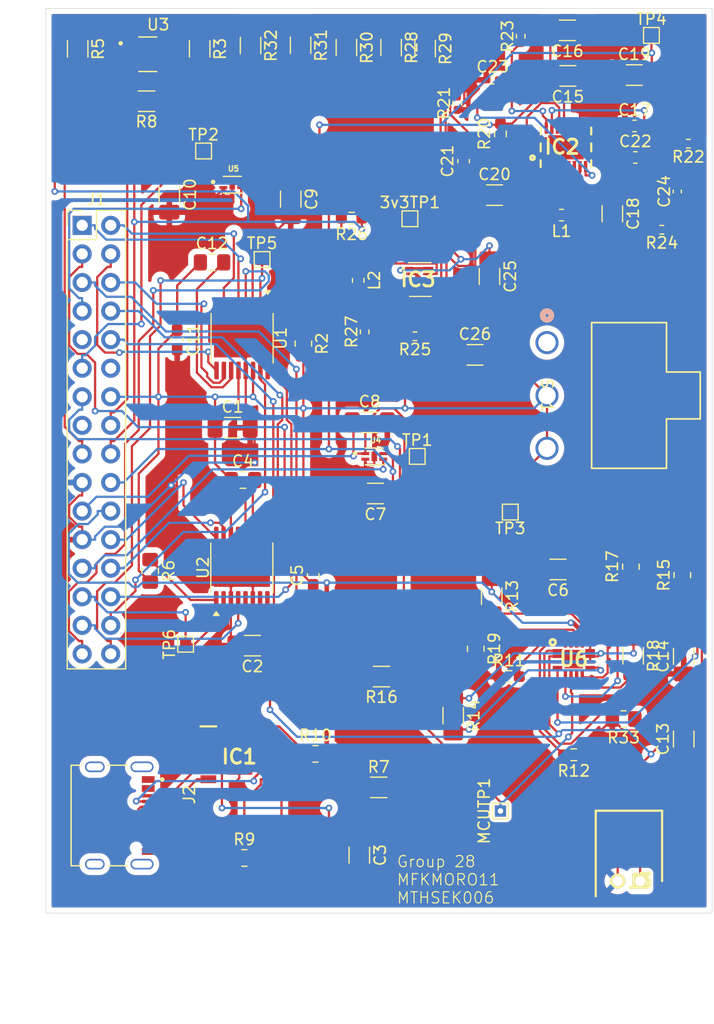
<source format=kicad_pcb>
(kicad_pcb (version 20241229) (generator "pcbnew") (generator_version "9.0")
  (layers (0 "F.Cu" signal) (2 "B.Cu" signal) (13 "F.Paste" user) (15 "B.Paste" user) (5 "F.SilkS" user "F.Silkscreen") (7 "B.SilkS" user "B.Silkscreen") (1 "F.Mask" user) (3 "B.Mask" user) (25 "Edge.Cuts" user))
  (net 0 "")
  (net 1 "/3V3 Out")
  (net 2 "GND")
  (net 3 "/Battery")
  (net 4 "/HV")
  (net 5 "/5V Out")
  (net 6 "/EXT_LOAD1_OUT")
  (net 7 "/EXT_LOAD2_OUT")
  (net 8 "Net-(U1-VCP)")
  (net 9 "Net-(C18-Pad2)")
  (net 10 "Net-(IC2-SS)")
  (net 11 "Net-(IC2-VBN)")
  (net 12 "VDD")
  (net 13 "Net-(IC1-DP)")
  (net 14 "Net-(IC1-DM)")
  (net 15 "Net-(IC1-CC1)")
  (net 16 "Net-(IC1-CC2)")
  (net 17 "Net-(IC2-ILIM)")
  (net 18 "Net-(IC2-FB)")
  (net 19 "Net-(IC3-AGND)")
  (net 20 "/MOTOR4_CTRL1")
  (net 21 "/MOTOR3_CTRL1")
  (net 22 "/MOTOR3_A_OUT")
  (net 23 "/Motor2_A_OUT")
  (net 24 "/MOTOR2_CTRL2")
  (net 25 "/CTRL_EXT_LOAD2")
  (net 26 "/MOTOR4_CTRL2")
  (net 27 "/I2C1_SCL")
  (net 28 "/CTRL_EXT_LOAD1")
  (net 29 "/Motor2_B_OUT")
  (net 30 "/MCU C control")
  (net 31 "/MOTOR1_B_OUT")
  (net 32 "/MOTOR3_CTRL2")
  (net 33 "/I2C1_SDA")
  (net 34 "/MOTOR3_B_OUT")
  (net 35 "/MOTOR1_CTRL2")
  (net 36 "/MOTOR1_A_OUT")
  (net 37 "/MOTOR2_CTRL1")
  (net 38 "Vbus")
  (net 39 "Net-(IC1-VDD)")
  (net 40 "Net-(U1-~{SLEEP})")
  (net 41 "Net-(U2-VCP)")
  (net 42 "Net-(U6-ITERM)")
  (net 43 "Net-(U6-ISET)")
  (net 44 "Net-(U6-ILIM)")
  (net 45 "Net-(U6-~{CE})")
  (net 46 "Net-(U6-EN2)")
  (net 47 "Net-(U6-TMR)")
  (net 48 "Net-(C14-Pad2)")
  (net 49 "Net-(IC2-COMP)")
  (net 50 "Net-(IC2-VCC)")
  (net 51 "Net-(IC2-BOOT)")
  (net 52 "Net-(IC2-SW_1)")
  (net 53 "Net-(IC1-CFG1)")
  (net 54 "Net-(IC1-VBUS)")
  (net 60 "Net-(IC2-FSW)")
  (net 61 "Net-(IC3-FB)")
  (net 62 "Net-(IC3-L2)")
  (net 63 "Net-(IC3-PG)")
  (net 64 "Net-(IC3-L1)")
  (net 65 "/MOTOR1_CTRL1")
  (net 66 "/USART2_TX")
  (net 67 "/Motor4_A_OUT")
  (net 68 "/Motor4_B_OUT")
  (net 69 "/USART2_RX")
  (net 73 "Net-(U2-~{SLEEP})")
  (net 74 "Net-(U6-~{CHG})")
  (net 75 "Net-(U6-~{PGOOD})")
  (net 76 "Net-(U6-TS)")
  (footprint "TestPoint:TestPoint_Pad_1.0x1.0mm" (layer "F.Cu") (at 101.35 112.55 90)
    (property "Reference" "TP6")
    (property "Value" "TestPoint")
  )
  (footprint "Library:SHDRRA2W50P0X200_1X2_590X760X480P" (layer "F.Cu") (at 141.775 133.6)
    (property "Reference" "J3")
    (property "Value" "Conn_01x02 (Battery)" (hide yes))
  )
  (footprint "Resistor_SMD:R_0603_1608Metric_Pad0.98x0.95mm_HandSolder" (layer "F.Cu") (at 135.875 122.376 180)
    (property "Reference" "R12")
    (property "Value" "1.8k")
  )
  (footprint "Resistor_SMD:R_1206_3216Metric_Pad1.30x1.75mm_HandSolder" (layer "F.Cu") (at 107.125 59.325 -90)
    (property "Reference" "R32")
    (property "Value" "1")
  )
  (footprint "Resistor_SMD:R_1206_3216Metric_Pad1.30x1.75mm_HandSolder" (layer "F.Cu") (at 118.775 115.425 180)
    (property "Reference" "R16")
    (property "Value" "1k")
  )
  (footprint "TestPoint:TestPoint_Pad_1.0x1.0mm" (layer "F.Cu") (at 108.15 78.35)
    (property "Reference" "TP5")
    (property "Value" "TestPoint")
  )
  (footprint "Resistor_SMD:R_0805_2012Metric_Pad1.20x1.40mm_HandSolder" (layer "F.Cu") (at 140.95 105.651 90)
    (property "Reference" "R17")
    (property "Value" "10k")
  )
  (footprint "Library:SOP100P600X180-11N" (layer "F.Cu") (at 106.125 122.55)
    (property "Reference" "IC1")
    (property "Value" "CH224K" (hide yes))
  )
  (footprint "Resistor_SMD:R_1206_3216Metric_Pad1.30x1.75mm_HandSolder" (layer "F.Cu") (at 141.15 113.575 -90)
    (property "Reference" "R18")
    (property "Value" "1k")
  )
  (footprint "Resistor_SMD:R_0402_1005Metric_Pad0.72x0.64mm_HandSolder" (layer "F.Cu") (at 121.7475 85.175 180)
    (property "Reference" "R25")
    (property "Value" "100k")
  )
  (footprint "Capacitor_SMD:C_1206_3216Metric_Pad1.33x1.80mm_HandSolder" (layer "F.Cu") (at 135.35 62.025 180)
    (property "Reference" "C15")
    (property "Value" "22uF")
  )
  (footprint "Resistor_SMD:R_0603_1608Metric_Pad0.98x0.95mm_HandSolder" (layer "F.Cu") (at 129.35 67.175 90)
    (property "Reference" "R20")
    (property "Value" "511k")
  )
  (footprint "Capacitor_SMD:C_1206_3216Metric_Pad1.33x1.80mm_HandSolder" (layer "F.Cu") (at 134.475 105.901 180)
    (property "Reference" "C6")
    (property "Value" "10uF")
  )
  (footprint "Capacitor_SMD:C_1206_3216Metric_Pad1.33x1.80mm_HandSolder" (layer "F.Cu") (at 117.725 92.825)
    (property "Reference" "C8")
    (property "Value" "1uF")
  )
  (footprint "Capacitor_SMD:C_0603_1608Metric_Pad1.08x0.95mm_HandSolder" (layer "F.Cu") (at 126.075 69.6 90)
    (property "Reference" "C21")
    (property "Value" "2.2uF")
  )
  (footprint "Capacitor_SMD:C_0603_1608Metric_Pad1.08x0.95mm_HandSolder" (layer "F.Cu") (at 100.6 85.475 -90)
    (property "Reference" "C11")
    (property "Value" "2.2uF")
  )
  (footprint "Resistor_SMD:R_1206_3216Metric_Pad1.30x1.75mm_HandSolder" (layer "F.Cu") (at 97.875 64.275 180)
    (property "Reference" "R8")
    (property "Value" "4.7K")
  )
  (footprint "TestPoint:TestPoint_Pad_1.0x1.0mm" (layer "F.Cu") (at 102.95 68.7)
    (property "Reference" "TP2")
    (property "Value" "TestPoint")
  )
  (footprint "TestPoint:TestPoint_Pad_1.0x1.0mm" (layer "F.Cu") (at 121.95 95.85)
    (property "Reference" "TP1")
    (property "Value" "TestPoint")
  )
  (footprint "Capacitor_SMD:C_0603_1608Metric_Pad1.08x0.95mm_HandSolder" (layer "F.Cu") (at 141.275 66.475)
    (property "Reference" "C17")
    (property "Value" "470pF")
  )
  (footprint "Capacitor_SMD:C_1206_3216Metric_Pad1.33x1.80mm_HandSolder" (layer "F.Cu") (at 145.65 120.976 90)
    (property "Reference" "C13")
    (property "Value" "10uF")
  )
  (footprint "Resistor_SMD:R_1206_3216Metric_Pad1.30x1.75mm_HandSolder" (layer "F.Cu") (at 125.15 118.9 -90)
    (property "Reference" "R14")
    (property "Value" "1k")
  )
  (footprint "Library:TPS63802DLAR" (layer "F.Cu") (at 122.175 80.125)
    (property "Reference" "IC3")
    (property "Value" "TPS63802DLAR" (hide yes))
  )
  (footprint "Resistor_SMD:R_0805_2012Metric_Pad1.20x1.40mm_HandSolder" (layer "F.Cu") (at 127.15 112.95 -90)
    (property "Reference" "R19")
    (property "Value" "47k")
  )
  (footprint "Capacitor_SMD:C_1206_3216Metric_Pad1.33x1.80mm_HandSolder" (layer "F.Cu") (at 99.9 72.575 -90)
    (property "Reference" "C10")
    (property "Value" "1uF")
  )
  (footprint "Capacitor_SMD:C_1206_3216Metric_Pad1.33x1.80mm_HandSolder" (layer "F.Cu") (at 145.65 113.626 90)
    (property "Reference" "C14")
    (property "Value" "10uF")
  )
  (footprint "Resistor_SMD:R_1206_3216Metric_Pad1.30x1.75mm_HandSolder" (layer "F.Cu") (at 128.575 108.275 -90)
    (property "Reference" "R13")
    (property "Value" "1k")
  )
  (footprint "Resistor_SMD:R_0805_2012Metric_Pad1.20x1.40mm_HandSolder" (layer "F.Cu") (at 140.3 119.201 180)
    (property "Reference" "R33")
    (property "Value" "10k")
  )
  (footprint "Capacitor_SMD:C_0402_1005Metric_Pad0.74x0.62mm_HandSolder" (layer "F.Cu") (at 145.075 72.3 90)
    (property "Reference" "C24")
    (property "Value" "0.1uF")
  )
  (footprint "TestPoint:TestPoint_Pad_1.0x1.0mm" (layer "F.Cu") (at 130.225 100.8 180)
    (property "Reference" "TP3")
    (property "Value" "TestPoint")
  )
  (footprint "Library:SS-12D06_GSW" (layer "F.Cu") (at 133.4907 85.7334 -90)
    (property "Reference" "SW1")
    (property "Value" "SS-12D06-G030")
  )
  (footprint "Library:RHL(R-PVQFN-N20)_1" (layer "F.Cu") (at 135.175 68.375)
    (property "Reference" "IC2")
    (property "Value" "TPS61088RHLR" (hide yes))
  )
  (footprint "Library:SON50P120X160X60-5N" (layer "F.Cu") (at 118.13 95.85)
    (property "Reference" "U4")
    (property "Value" "SIP32431DNP3-T1GE4")
  )
  (footprint "Resistor_SMD:R_0402_1005Metric_Pad0.72x0.64mm_HandSolder" (layer "F.Cu") (at 131.15 58.5 90)
    (property "Reference" "R23")
    (property "Value" "100k")
  )
  (footprint "Library:SHOUHAN_TYPE-C_16PIN_2MD__073_" (layer "F.Cu") (at 94.35 127.775 -90)
    (property "Reference" "J2")
    (property "Value" "USB Type C")
  )
  (footprint "Resistor_SMD:R_0603_1608Metric_Pad0.98x0.95mm_HandSolder" (layer "F.Cu") (at 130.1125 115.425)
    (property "Reference" "R11")
    (property "Value" "18K")
  )
  (footprint "TestPoint:TestPoint_Pad_1.0x1.0mm" (layer "F.Cu") (at 121.3 74.725)
    (property "Reference" "3v3TP1")
    (property "Value" "TestPoint")
  )
  (footprint "TestPoint:TestPoint_Pad_1.0x1.0mm" (layer "F.Cu") (at 142.775 58.425)
    (property "Reference" "TP4")
    (property "Value" "TestPoint")
  )
  (footprint "Package_SO:HTSSOP-16-1EP_4.4x5mm_P0.65mm_EP3.4x5mm_Mask2.46x2.31mm" (layer "F.Cu") (at 106.375 85.35 -90)
    (property "Reference" "U1")
    (property "Value" "DRV8833PWPR")
  )
  (footprint "Resistor_SMD:R_0402_1005Metric_Pad0.72x0.64mm_HandSolder" (layer "F.Cu") (at 125.5125 64.45 90)
    (property "Reference" "R21")
    (property "Value" "100k")
  )
  (footprint "Resistor_SMD:R_1206_3216Metric_Pad1.30x1.75mm_HandSolder" (layer "F.Cu") (at 122.65 59.6 -90)
    (property "Reference" "R29")
    (property "Value" "1")
  )
  (footprint "Library:SOT65P280X145-8N" (layer "F.Cu") (at 97.99 60.1)
    (property "Reference" "U3")
    (property "Value" "INA219AIDCNR")
  )
  (footprint "Capacitor_SMD:C_1206_3216Metric_Pad1.33x1.80mm_HandSolder" (layer "F.Cu") (at 107.2925 112.675 180)
    (property "Reference" "C2")
    (property "Value" "10uF")
  )
  (footprint "Capacitor_SMD:C_0805_2012Metric_Pad1.18x1.45mm_HandSolder" (layer "F.Cu") (at 103.7 78.6)
    (property "Reference" "C12")
    (property "Value" "0.01uF")
  )
  (footprint "Resistor_SMD:R_0402_1005Metric_Pad0.72x0.64mm_HandSolder" (layer "F.Cu") (at 143.7025 75.7 180)
    (property "Reference" "R24")
    (property "Value" "255k")
  )
  (footprint "Resistor_SMD:R_1206_3216Metric_Pad1.30x1.75mm_HandSolder" (layer "F.Cu") (at 115.65 59.5 -90)
    (property "Reference" "R30")
    (property "Value" "1")
  )
  (footprint "Resistor_SMD:R_1206_3216Metric_Pad1.30x1.75mm_HandSolder" (layer "F.Cu") (at 118.525 125.275)
    (property "Reference" "R7")
    (property "Value" "1k")
  )
  (footprint "Resistor_SMD:R_0805_2012Metric_Pad1.20x1.40mm_HandSolder" (layer "F.Cu") (at 111.825 85.825 -90)
    (property "Reference" "R2")
    (property "Value" "10K")
  )
  (footprint "Capacitor_SMD:C_0402_1005Metric_Pad0.74x0.62mm_HandSolder" (layer "F.Cu") (at 128.6575 62.375)
    (property "Reference" "C23")
    (property "Value" "0.1uF")
  )
  (footprint "Inductor_SMD:L_0603_1608Metric_Pad1.05x0.95mm_HandSolder" (layer "F.Cu") (at 134.775 74.4 180)
    (property "Reference" "L1")
    (property "Value" "1.2uH")
  )
  (footprint "Resistor_SMD:R_1206_3216Metric_Pad1.30x1.75mm_HandSolder" (layer "F.Cu") (at 119.625 59.5 -90)
    (property "Reference" "R28")
    (property "Value" "1")
  )
  (footprint "Capacitor_SMD:C_0805_2012Metric_Pad1.18x1.45mm_HandSolder" (layer "F.Cu") (at 106.45 97.95)
    (property "Reference" "C4")
    (property "Value" "0.01uF")
  )
  (footprint "Capacitor_SMD:C_1206_3216Metric_Pad1.33x1.80mm_HandSolder" (layer "F.Cu") (at 128.375 79.85 -90)
    (property "Reference" "C25")
    (property "Value" "10uF")
  )
  (footprint "Library:QFN50P300X300X100-17N-D" (layer "F.Cu") (at 135.875 113.875)
    (property "Reference" "U6")
    (property "Value" "BQ24074RGT" (hide yes))
  )
  (footprint "Capacitor_SMD:C_1206_3216Metric_Pad1.33x1.80mm_HandSolder" (layer "F.Cu") (at 135.3 57.975 180)
    (property "Reference" "C16")
    (property "Value" "22uF")
  )
  (footprint "Resistor_SMD:R_0805_2012Metric_Pad1.20x1.40mm_HandSolder" (layer "F.Cu") (at 112.9 122.3)
    (property "Reference" "R10")
    (property "Value" "10k")
  )
  (footprint "Capacitor_SMD:C_1206_3216Metric_Pad1.33x1.80mm_HandSolder" (layer "F.Cu") (at 141.25 61.95)
    (property "Reference" "C19")
    (property "Value" "22uF")
  )
  (footprint "Capacitor_SMD:C_0603_1608Metric_Pad1.08x0.95mm_HandSolder" (layer "F.Cu") (at 141.35 69.275)
    (property "Reference" "C22")
    (property "Value" "47nF")
  )
  (footprint "Library:SON50P120X160X60-5N" (layer "F.Cu") (at 105.5 71.7)
    (property "Reference" "U5")
    (property "Value" "SIP32431DNP3-T1GE4")
  )
  (footprint "Resistor_SMD:R_0402_1005Metric_Pad0.72x0.64mm_HandSolder" (layer "F.Cu") (at 117.275 84.775 90)
    (property "Reference" "R27")
    (property "Value" "100k")
  )
  (footprint "Resistor_SMD:R_1206_3216Metric_Pad1.30x1.75mm_HandSolder" (layer "F.Cu") (at 102.6 59.625 -90)
    (property "Reference" "R3")
    (property "Value" "1")
  )
  (footprint "Inductor_SMD:L_0603_1608Metric_Pad1.05x0.95mm_HandSolder" (layer "F.Cu") (at 116.7 80.2 -90)
    (property "Reference" "L2")
    (property "Value" "0.47uH")
  )
  (footprint "Capacitor_SMD:C_1206_3216Metric_Pad1.33x1.80mm_HandSolder" (layer "F.Cu") (at 139.3 74.275 -90)
    (property "Reference" "C18")
    (property "Value" "22uF")
  )
  (footprint "Resistor_SMD:R_0402_1005Metric_Pad0.72x0.64mm_HandSolder" (layer "F.Cu") (at 146.06 68.05 180)
    (property "Reference" "R22")
    (property "Value" "100k")
  )
  (footprint "Connector_PinHeader_2.54mm:PinHeader_2x16_P2.54mm_Vertical" (layer "F.Cu") (at 92.15 75.31)
    (property "Reference" "J1")
    (property "Value" "Conn_02x16_Odd_Even")
  )
  (footprint "TestPoint:TestPoint_THTPad_1.0x1.0mm_Drill0.5mm" (layer "F.Cu") (at 129.35 127.375 90)
    (property "Reference" "MCUTP1")
    (property "Value" "TestPoint")
  )
  (footprint "Resistor_SMD:R_0805_2012Metric_Pad1.20x1.40mm_HandSolder" (layer "F.Cu") (at 145.525 106.401 90)
    (property "Reference" "R15")
    (property "Value" "10k")
  )
  (footprint "Capacitor_SMD:C_1206_3216Metric_Pad1.33x1.80mm_HandSolder" (layer "F.Cu") (at 110.7 72.975 -90)
    (property "Reference" "C9")
    (property "Value" "1uF")
  )
  (footprint "Resistor_SMD:R_0805_2012Metric_Pad1.20x1.40mm_HandSolder" (layer "F.Cu") (at 98.2 106.025 -90)
    (property "Reference" "R6")
    (property "Value" "10K")
  )
  (footprint "Capacitor_SMD:C_1206_3216Metric_Pad1.33x1.80mm_HandSolder" (layer "F.Cu") (at 128.825 72.625)
    (property "Reference" "C20")
    (property "Value" "1uF")
  )
  (footprint "Capacitor_SMD:C_1206_3216Metric_Pad1.33x1.80mm_HandSolder" (layer "F.Cu") (at 105.5325 93.3)
    (property "Reference" "C1")
    (property "Value" "10uF")
  )
  (footprint "Package_SO:HTSSOP-16-1EP_4.4x5mm_P0.65mm_EP3.4x5mm_Mask2.46x2.31mm" (layer "F.Cu") (at 106.35 105.75 90)
    (property "Reference" "U2")
    (property "Value" "DRV8833PWPR")
  )
  (footprint "Capacitor_SMD:C_0603_1608Metric_Pad1.08x0.95mm_HandSolder" (layer "F.Cu") (at 112.7 106.425 90)
    (property "Reference" "C5")
    (property "Value" "2.2uF")
  )
  (footprint "Resistor_SMD:R_1206_3216Metric_Pad1.30x1.75mm_HandSolder" (layer "F.Cu") (at 91.75 59.625 -90)
    (property "Reference" "R5")
    (property "Value" "4.7K")
  )
  (footprint "Capacitor_SMD:C_1206_3216Metric_Pad1.33x1.80mm_HandSolder" (layer "F.Cu") (at 116.8 131.3 -90)
    (property "Reference" "C3")
    (property "Value" "1uF")
  )
  (footprint "Resistor_SMD:R_1206_3216Metric_Pad1.30x1.75mm_HandSolder" (layer "F.Cu") (at 111.575 59.3 -90)
    (property "Reference" "R31")
    (property "Value" "1")
  )
  (footprint "Capacitor_SMD:C_1206_3216Metric_Pad1.33x1.80mm_HandSolder" (layer "F.Cu") (at 127.0875 86.825)
    (property "Reference" "C26")
    (property "Value" "22uF")
  )
  (footprint "Capacitor_SMD:C_1206_3216Metric_Pad1.33x1.80mm_HandSolder" (layer "F.Cu") (at 118.225 99.15 180)
    (property "Reference" "C7")
    (property "Value" "1uF")
  )
  (footprint "Resistor_SMD:R_0805_2012Metric_Pad1.20x1.40mm_HandSolder" (layer "F.Cu") (at 106.575 131.55)
    (property "Reference" "R9")
    (property "Value" "6.8k")
  )
  (footprint "Resistor_SMD:R_0603_1608Metric_Pad0.98x0.95mm_HandSolder" (layer "F.Cu") (at 116.1125 74.675 180)
    (property "Reference" "R26")
    (property "Value" "120k")
  )
  (gr_rect (start 88.925 56.025) (end 148.175 136.45) (stroke (width 0.05)) (fill no) (layer "Edge.Cuts"))
  (gr_text "Group 28 \nMFKMORO11\nMTHSEK006" (at 120.075 135.675 0) (layer "F.SilkS") (effects (font (size 1 1) (thickness 0.1)) (justify left bottom)))
  (segment (start 117.025 74.675) (end 117.075 74.725) (width 0.2) (layer "F.Cu") (net 1))
  (segment (start 96.7838 92.6725) (end 94.978 94.4783) (width 0.2) (layer "F.Cu") (net 1))
  (segment (start 121.6006 75.5267) (end 121.3 75.5267) (width 0.2) (layer "F.Cu") (net 1))
  (segment (start 117.025 75.6656) (end 117.025 74.675) (width 0.2) (layer "F.Cu") (net 1))
  (segment (start 92.8 59.125) (end 91.75 58.075) (width 0.2) (layer "F.Cu") (net 1))
  (segment (start 96.7838 75.0016) (end 96.7838 92.6725) (width 0.2) (layer "F.Cu") (net 1))
  (segment (start 124.5504 78.4765) (end 121.6006 75.5267) (width 0.2) (layer "F.Cu") (net 1))
  (segment (start 123.7559 81.125) (end 124.5504 80.3305) (width 0.2) (layer "F.Cu") (net 1))
  (segment (start 117.075 74.725) (end 121.3 74.725) (width 0.2) (layer "F.Cu") (net 1))
  (segment (start 89.7158 60.1092) (end 91.75 58.075) (width 0.2) (layer "F.Cu") (net 1))
  (segment (start 124.5504 80.3305) (end 124.5504 78.4765) (width 0.2) (layer "F.Cu") (net 1))
  (segment (start 94.69 95.63) (end 94.69 94.4783) (width 0.2) (layer "F.Cu") (net 1))
  (segment (start 121.3 74.725) (end 121.3 75.5267) (width 0.2) (layer "F.Cu") (net 1))
  (segment (start 89.7158 72.2956) (end 89.7158 60.1092) (width 0.2) (layer "F.Cu") (net 1))
  (segment (start 125.525 82.8941) (end 123.7559 81.125) (width 0.2) (layer "F.Cu") (net 1))
  (segment (start 94.978 94.4783) (end 94.69 94.4783) (width 0.2) (layer "F.Cu") (net 1))
  (segment (start 96.7853 75.0001) (end 96.7838 75.0016) (width 0.2) (layer "F.Cu") (net 1))
  (segment (start 125.525 86.825) (end 125.525 82.8941) (width 0.2) (layer "F.Cu") (net 1))
  (segment (start 96.7853 66.9147) (end 96.7853 75.0001) (width 0.2) (layer "F.Cu") (net 1))
  (segment (start 122.925 81.125) (end 123.7559 81.125) (width 0.2) (layer "F.Cu") (net 1))
  (segment (start 99.245 64.095) (end 99.425 64.275) (width 0.2) (layer "F.Cu") (net 1))
  (segment (start 96.735 59.125) (end 92.8 59.125) (width 0.2) (layer "F.Cu") (net 1))
  (segment (start 99.425 64.275) (end 96.7853 66.9147) (width 0.2) (layer "F.Cu") (net 1))
  (segment (start 99.245 61.075) (end 99.245 64.095) (width 0.2) (layer "F.Cu") (net 1))
  (via (at 117.025 75.6656) (size 0.6) (drill 0.3) (layers "F.Cu" "B.Cu") (net 1))
  (via (at 89.7158 72.2956) (size 0.6) (drill 0.3) (layers "F.Cu" "B.Cu") (net 1))
  (via (at 96.7853 75.0001) (size 0.6) (drill 0.3) (layers "F.Cu" "B.Cu") (net 1))
  (segment (start 106.9068 75.0001) (end 96.7853 75.0001) (width 0.2) (layer "B.Cu") (net 1))
  (segment (start 116.3595 75.0001) (end 106.9068 75.0001) (width 0.2) (layer "B.Cu") (net 1))
  (segment (start 117.025 75.6656) (end 116.3595 75.0001) (width 0.2) (layer "B.Cu") (net 1))
  (segment (start 106.9068 75.0001) (end 106.9068 73.5633) (width 0.2) (layer "B.Cu") (net 1))
  (segment (start 105.6391 72.2956) (end 89.7158 72.2956) (width 0.2) (layer "B.Cu") (net 1))
  (segment (start 106.9068 73.5633) (end 105.6391 72.2956) (width 0.2) (layer "B.Cu") (net 1))
  (segment (start 133.7717 67.9016) (end 133.2983 68.375) (width 0.2) (layer "F.Cu") (net 2))
  (segment (start 105.375 108.6125) (end 105.375 106.725) (width 0.2) (layer "F.Cu") (net 2))
  (segment (start 107.4874 96.3997) (end 107.4874 93.6924) (width 0.2) (layer "F.Cu") (net 2))
  (segment (start 100.5593 86.3782) (end 100.6 86.3375) (width 0.2) (layer "F.Cu") (net 2))
  (segment (start 139.3 72.7125) (end 140.0894 72.7125) (width 0.2) (layer "F.Cu") (net 2))
  (segment (start 112.7 103.1125) (end 116.6625 99.15) (width 0.2) (layer "F.Cu") (net 2))
  (segment (start 127.1141 72.625) (end 127.1141 78.9208) (width 0.2) (layer "F.Cu") (net 2))
  (segment (start 123.7823 96.6729) (end 123.7823 89.0983) (width 0.2) (layer "F.Cu") (net 2))
  (segment (start 125.1124 63.1826) (end 125.9215 63.1826) (width 0.2) (layer "F.Cu") (net 2))
  (segment (start 105.5 71.869) (end 105.5 72.4317) (width 0.2) (layer "F.Cu") (net 2))
  (segment (start 99.9 74.1375) (end 102.638 74.1375) (width 0.2) (layer "F.Cu") (net 2))
  (segment (start 135.5217 68.375) (end 136.425 67.4717) (width 0.2) (layer "F.Cu") (net 2))
  (segment (start 128.09 62.375) (end 127.0691 63.3959) (width 0.2) (layer "F.Cu") (net 2))
  (segment (start 141.7 105.401) (end 140.95 104.651) (width 0.2) (layer "F.Cu") (net 2))
  (segment (start 121.8767 79.875) (end 121.8767 82.0019) (width 0.2) (layer "F.Cu") (net 2))
  (segment (start 106.025 105.425) (end 106.025 102.8875) (width 0.2) (layer "F.Cu") (net 2))
  (segment (start 136.8005 115.5005) (end 136.625 115.325) (width 0.2) (layer "F.Cu") (net 2))
  (segment (start 105.9235 106.1765) (end 106.35 105.75) (width 0.2) (layer "F.Cu") (net 2))
  (segment (start 127.4473 88.0277) (end 128.65 86.825) (width 0.2) (layer "F.Cu") (net 2))
  (segment (start 122.65 61.15) (end 119.725 61.15) (width 0.2) (layer "F.Cu") (net 2))
  (segment (start 127.2625 72.625) (end 127.1141 72.625) (width 0.2) (layer "F.Cu") (net 2))
  (segment (start 100.0527 98.4245) (end 100.5593 98.4245) (width 0.2) (layer "F.Cu") (net 2))
  (segment (start 105.5 74.5784) (end 105.5 72.4317) (width 0.2) (layer "F.Cu") (net 2))
  (segment (start 107.125 60.875) (end 111.5625 60.875) (width 0.2) (layer "F.Cu") (net 2))
  (segment (start 124.4794 63.8156) (end 125.1124 63.1826) (width 0.2) (layer "F.Cu") (net 2))
  (segment (start 141.2944 68.4681) (end 140.4875 69.275) (width 0.2) (layer "F.Cu") (net 2))
  (segment (start 140.4125 66.475) (end 139.6875 65.75) (width 0.2) (layer "F.Cu") (net 2))
  (segment (start 121.3197 96.6729) (end 120.8114 96.1646) (width 0.2) (layer "F.Cu") (net 2))
  (segment (start 122.65 75.9876) (end 125.5832 78.9208) (width 0.2) (layer "F.Cu") (net 2))
  (segment (start 135.6536 56.7661) (end 132.2864 56.7661) (width 0.2) (layer "F.Cu") (net 2))
  (segment (start 135.9695 123.194) (end 136.7875 122.376) (width 0.2) (layer "F.Cu") (net 2))
  (segment (start 120.8114 94.3489) (end 119.2875 92.825) (width 0.2) (layer "F.Cu") (net 2))
  (segment (start 100.5593 98.4261) (end 100.6 98.4668) (width 0.2) (layer "F.Cu") (net 2))
  (segment (start 145.65 122.5385) (end 146.8638 121.3247) (width 0.2) (layer "F.Cu") (net 2))
  (segment (start 99.245 60.425) (end 101.85 60.425) (width 0.2) (layer "F.Cu") (net 2))
  (segment (start 111.575 60.8625) (end 115.4625 60.8625) (width 0.2) (layer "F.Cu") (net 2))
  (segment (start 105.73 112.675) (end 105.375 112.32) (width 0.2) (layer "F.Cu") (net 2))
  (segment (start 122.65 61.15) (end 122.65 75.9876) (width 0.2) (layer "F.Cu") (net 2))
  (segment (start 124.8529 88.0277) (end 127.4473 88.0277) (width 0.2) (layer "F.Cu") (net 2))
  (segment (start 100.5593 98.4245) (end 100.5593 86.3782) (width 0.2) (layer "F.Cu") (net 2))
  (segment (start 108.8488 76.3887) (end 110.7 74.5375) (width 0.2) (layer "F.Cu") (net 2))
  (segment (start 126.075 71.5859) (end 126.075 70.4625) (width 0.2) (layer "F.Cu") (net 2))
  (segment (start 107.35 84.375) (end 107.35 82.4875) (width 0.2) (layer "F.Cu") (net 2))
  (segment (start 118.13 96.2158) (end 118.13 95.85) (width 0.2) (layer "F.Cu") (net 2))
  (segment (start 138.8862 105.901) (end 138.8862 115.0959) (width 0.2) (layer "F.Cu") (net 2))
  (segment (start 136.9125 62.025) (end 136.9125 58.025) (width 0.2) (layer "F.Cu") (net 2))
  (segment (start 118.13 96.2158) (end 118.13 96.5817) (width 0.2) (layer "F.Cu") (net 2))
  (segment (start 105.5 62.5) (end 107.125 60.875) (width 0.2) (layer "F.Cu") (net 2))
  (segment (start 136.425 67.0733) (end 136.425 66.675) (width 0.2) (layer "F.Cu") (net 2))
  (segment (start 99.245 60.425) (end 99.245 59.775) (width 0.2) (layer "F.Cu") (net 2))
  (segment (start 134.5161 123.194) (end 135.9695 123.194) (width 0.2) (layer "F.Cu") (net 2))
  (segment (start 145.525 105.401) (end 141.7 105.401) (width 0.2) (layer "F.Cu") (net 2))
  (segment (start 133.7717 67.625) (end 133.7717 67.9016) (width 0.2) (layer "F.Cu") (net 2))
  (segment (start 136.425 66.675) (end 136.425 62.5125) (width 0.2) (layer "F.Cu") (net 2))
  (segment (start 117.335 96.1) (end 117.335 96.5817) (width 0.2) (layer "F.Cu") (net 2))
  (segment (start 104.705 72.0705) (end 104.705 71.95) (width 0.2) (layer "F.Cu") (net 2))
  (segment (start 120.8114 96.1646) (end 120.8114 94.3489) (width 0.2) (layer "F.Cu") (net 2))
  (segment (start 136.7875 121.7135) (end 136.7875 122.376) (width 0.2) (layer "F.Cu") (net 2))
  (segment (start 105.5 72.4317) (end 105.0662 72.4317) (width 0.2) (layer "F.Cu") (net 2))
  (segment (start 105.375 112.32) (end 105.375 108.6125) (width 0.2) (layer "F.Cu") (net 2))
  (segment (start 121.275 79.625) (end 121.7759 79.625) (width 0.2) (layer "F.Cu") (net 2))
  (segment (start 106.125 124.4517) (end 105.575 125.0017) (width 0.2) (layer "F.Cu") (net 2))
  (segment (start 136.425 62.5125) (end 136.9125 62.025) (width 0.2) (layer "F.Cu") (net 2))
  (segment (start 139.775 125.3635) (end 139.775 133.6) (width 0.2) (layer "F.Cu") (net 2))
  (segment (start 123.7823 110.5823) (end 123.7823 96.6729) (width 0.2) (layer "F.Cu") (net 2))
  (segment (start 139.6875 62.025) (end 139.6875 61.95) (width 0.2) (layer "F.Cu") (net 2))
  (segment (start 140.4875 69.275) (end 140.4875 66.55) (width 0.2) (layer "F.Cu") (net 2))
  (segment (start 140.4875 66.55) (end 140.4125 66.475) (width 0.2) (layer "F.Cu") (net 2))
  (segment (start 128.65 81.6875) (end 128.375 81.4125) (width 0.2) (layer "F.Cu") (net 2))
  (segment (start 135.175 68.375) (end 133.2983 68.375) (width 0.2) (layer "F.Cu") (net 2))
  (segment (start 121.8767 79.625) (end 122.3767 80.125) (width 0.2) (layer "F.Cu") (net 2))
  (segment (start 141.9235 120.2243) (end 140.3233 120.2243) (width 0.2) (layer "F.Cu") (net 2))
  (segment (start 92.15 102.0983) (end 91.8621 102.0983) (width 0.2) (layer "F.Cu") (net 2))
  (segment (start 106.7 85.675) (end 106.7 88.2125) (width 0.2) (layer "F.Cu") (net 2))
  (segment (start 136.425 67.0733) (end 136.425 67.4717) (width 0.2) (layer "F.Cu") (net 2))
  (segment (start 121.8767 82.0019) (end 123.5861 83.7113) (width 0.2) (layer "F.Cu") (net 2))
  (segment (start 91.8815 99.3217) (end 92.15 99.3217) (width 0.2) (layer "F.Cu") (net 2))
  (segment (start 127.1141 72.625) (end 126.075 71.5859) (width 0.2) (layer "F.Cu") (net 2))
  (segment (start 112.7 105.5625) (end 112.7 103.1125) (width 0.2) (layer "F.Cu") (net 2))
  (segment (start 143.0996 69.7023) (end 143.0996 68.8241) (width 0.2) (layer "F.Cu") (net 2))
  (segment (start 128.625 115.425) (end 127.15 113.95) (width 0.2) (layer "F.Cu") (net 2))
  (segment (start 118.13 96.5817) (end 117.335 96.5817) (width 0.2) (layer "F.Cu") (net 2))
  (segment (start 128.09 60.9625) (end 131.15 57.9025) (width 0.2) (layer "F.Cu") (net 2))
  (segment (start 124.4794 68.8669) (end 124.4794 63.8156) (width 0.2) (layer "F.Cu") (net 2))
  (segment (start 136.8625 57.975) (end 135.6536 56.7661) (width 0.2) (layer "F.Cu") (net 2))
  (segment (start 111.575 60.8625) (end 111.575 60.85) (width 0.2) (layer "F.Cu") (net 2))
  (segment (start 116.9988 115.1988) (end 117.225 115.425) (width 0.2) (layer "F.Cu") (net 2))
  (segment (start 115.65 61.05) (end 119.625 61.05) (width 0.2) (layer "F.Cu") (net 2))
  (segment (start 105.4 82.4875) (end 105.4 84.375) (width 0.2) (layer "F.Cu") (net 2))
  (segment (start 142.7436 68.4681) (end 141.2944 68.4681) (width 0.2) (layer "F.Cu") (net 2))
  (segment (start 122.3767 80.125) (end 122.725 80.125) (width 0.2) (layer "F.Cu") (net 2))
  (segment (start 118.13 93.9825) (end 119.2875 92.825) (width 0.2) (layer "F.Cu") (net 2))
  (segment (start 138.4816 115.5005) (end 136.8005 115.5005) (width 0.2) (layer "F.Cu") (net 2))
  (segment (start 106.125 123.5008) (end 105.73 123.1058) (width 0.2) (layer "F.Cu") (net 2))
  (segment (start 121.8752 79.625) (end 121.8767 79.625) (width 0.2) (layer "F.Cu") (net 2))
  (segment (start 107.3103 82.4478) (end 107.3103 76.3887) (width 0.2) (layer "F.Cu") (net 2))
  (segment (start 136.7875 122.376) (end 139.775 125.3635) (width 0.2) (layer "F.Cu") (net 2))
  (segment (start 111.5625 60.875) (end 111.575 60.8625) (width 0.2) (layer "F.Cu") (net 2))
  (segment (start 145.65 116.4978) (end 141.9235 120.2243) (width 0.2) (layer "F.Cu") (net 2))
  (segment (start 135.175 68.375) (end 135.5217 68.375) (width 0.2) (layer "F.Cu") (net 2))
  (segment (start 139.6875 62.025) (end 136.9125 62.025) (width 0.2) (layer "F.Cu") (net 2))
  (segment (start 127.1141 80.1516) (end 128.375 81.4125) (width 0.2) (layer "F.Cu") (net 2))
  (segment (start 99.245 59.775) (end 96.735 59.775) (width 0.2) (layer "F.Cu") (net 2))
  (segment (start 121.7759 79.625) (end 121.8752 79.625) (width 0.2) (layer "F.Cu") (net 2))
  (segment (start 100.6 100.8531) (end 105.9235 106.1765) (width 0.2) (layer "F.Cu") (net 2))
  (segment (start 139.3 119.201) (end 136.7875 121.7135) (width 0.2) (layer "F.Cu") (net 2))
  (segment (start 115.4625 60.8625) (end 115.65 61.05) (width 0.2) (layer "F.Cu") (net 2))
  (segment (start 139.6875 65.75) (end 139.6875 62.025) (width 0.2) (layer "F.Cu") (net 2))
  (segment (start 121.8752 79.625) (end 121.8752 79.8735) (width 0.2) (layer "F.Cu") (net 2))
  (segment (start 107.35 82.4875) (end 107.3103 82.4478) (width 0.2) (layer "F.Cu") (net 2))
  (segment (start 105.0662 72.4317) (end 104.705 72.0705) (width 0.2) (layer "F.Cu") (net 2))
  (segment (start 140.0894 72.7125) (end 143.0996 69.7023) (width 0.2) (layer "F.Cu") (net 2))
  (segment (start 139.7 105.901) (end 140.95 104.651) (width 0.2) (layer "F.Cu") (net 2))
  (segment (start 121.8752 79.8735) (end 121.8767 79.875) (width 0.2) (layer "F.Cu") (net 2))
  (segment (start 125.9215 63.1826) (end 126.1348 63.3959) (width 0.2) (layer "F.Cu") (net 2))
  (segment (start 126.1348 64.4252) (end 125.5125 65.0475) (width 0.2) (layer "F.Cu") (net 2))
  (segment (start 92.15 103.25) (end 92.15 102.0983) (width 0.2) (layer "F.Cu") (net 2))
  (segment (start 106.125 122.55) (end 106.125 123.5008) (width 0.2) (layer "F.Cu") (net 2))
  (segment (start 105.5 71.7) (end 105.5 62.5) (width 0.2) (layer "F.Cu") (net 2))
  (segment (start 106.375 85.35) (end 106.7 85.675) (width 0.2) (layer "F.Cu") (net 2))
  (segment (start 143.0996 68.8241) (end 142.7436 68.4681) (width 0.2) (layer "F.Cu") (net 2))
  (segment (start 107.3103 76.3887) (end 105.5 74.5784) (width 0.2) (layer "F.Cu") (net 2))
  (segment (start 107.3103 76.3887) (end 108.8488 76.3887) (width 0.2) (layer "F.Cu") (net 2))
  (segment (start 129.2 115.425) (end 128.625 115.425) (width 0.2) (layer "F.Cu") (net 2))
  (segment (start 126.075 70.4625) (end 124.4794 68.8669) (width 0.2) (layer "F.Cu") (net 2))
  (segment (start 117.335 96.5817) (end 117.335 98.8138) (width 0.2) (layer "F.Cu") (net 2))
  (segment (start 123.7823 96.6729) (end 121.3197 96.6729) (width 0.2) (layer "F.Cu") (net 2))
  (segment (start 129.2 115.425) (end 129.2 117.8779) (width 0.2) (layer "F.Cu") (net 2))
  (segment (start 119.725 61.15) (end 119.625 61.05) (width 0.2) (layer "F.Cu") (net 2))
  (segment (start 116.9988 99.15) (end 116.9988 115.1988) (width 0.2) (layer "F.Cu") (net 2))
  (segment (start 103.925 62.5) (end 105.5 62.5) (width 0.2) (layer "F.Cu") (net 2))
  (segment (start 102.638 74.1375) (end 104.705 72.0705) (width 0.2) (layer "F.Cu") (net 2))
  (segment (start 91.8621 102.0983) (end 90.9919 101.2281) (width 0.2) (layer "F.Cu") (net 2))
  (segment (start 106.7 88.2125) (end 106.7 92.905) (width 0.2) (layer "F.Cu") (net 2))
  (segment (start 138.8862 105.901) (end 139.7 105.901) (width 0.2) (layer "F.Cu") (net 2))
  (segment (start 123.5861 86.7609) (end 124.8529 88.0277) (width 0.2) (layer "F.Cu") (net 2))
  (segment (start 127.15 113.95) (end 123.7823 110.5823) (width 0.2) (layer "F.Cu") (net 2))
  (segment (start 101.85 60.425) (end 102.6 61.175) (width 0.2) (layer "F.Cu") (net 2))
  (segment (start 133.075 67.625) (end 132.975 67.625) (width 0.2) (layer "F.Cu") (net 2))
  (segment (start 128.65 86.825) (end 128.65 81.6875) (width 0.2) (layer "F.Cu") (net 2))
  (segment (start 136.9125 58.025) (end 136.8625 57.975) (width 0.2) (layer "F.Cu") (net 2))
  (segment (start 126.1348 63.3959) (end 126.1348 64.4252) (width 0.2) (layer "F.Cu") (net 2))
  (segment (start 106.125 123.5008) (end 106.125 124.4517) (width 0.2) (layer "F.Cu") (net 2))
  (segment (start 107.325 106.725) (end 107.325 108.6125) (width 0.2) (layer "F.Cu") (net 2))
  (segment (start 90.9919 101.2281) (end 90.9919 100.2113) (width 0.2) (layer "F.Cu") (net 2))
  (segment (start 106.375 85.35) (end 107.35 84.375) (width 0.2) (layer "F.Cu") (net 2))
  (segment (start 146.8638 121.3247) (end 146.8638 115.1885) (width 0.2) (layer "F.Cu") (net 2))
  (segment (start 136.0375 105.901) (end 138.8862 105.901) (width 0.2) (layer "F.Cu") (net 2))
  (segment (start 125.5832 78.9208) (end 127.1141 78.9208) (width 0.2) (layer "F.Cu") (net 2))
  (segment (start 106.35 105.75) (end 106.025 105.425) (width 0.2) (layer "F.Cu") (net 2))
  (segment (start 145.65 115.1885) (end 145.65 116.4978) (width 0.2) (layer "F.Cu") (net 2))
  (segment (start 140.3233 120.2243) (end 139.3 119.201) (width 0.2) (layer "F.Cu") (net 2))
  (segment (start 105.5 71.869) (end 105.5 71.7) (width 0.2) (layer "F.Cu") (net 2))
  (segment (start 100.6 98.4668) (end 100.6 100.8531) (width 0.2) (layer "F.Cu") (net 2))
  (segment (start 145.65 115.1885) (end 146.8638 115.1885) (width 0.2) (layer "F.Cu") (net 2))
  (segment (start 105.575 125.0017) (end 105.575 131.55) (width 0.2) (layer "F.Cu") (net 2))
  (segment (start 123.5861 83.7113) (end 123.5861 86.7609) (width 0.2) (layer "F.Cu") (net 2))
  (segment (start 107.4874 93.6924) (end 107.095 93.3) (width 0.2) (layer "F.Cu") (net 2))
  (segment (start 105.375 106.725) (end 105.9235 106.1765) (width 0.2) (layer "F.Cu") (net 2))
  (segment (start 92.15 98.17) (end 92.15 99.3217) (width 0.2) (layer "F.Cu") (net 2))
  (segment (start 127.1141 78.9208) (end 127.1141 80.1516) (width 0.2) (layer "F.Cu") (net 2))
  (segment (start 147.2655 107.1415) (end 145.525 105.401) (width 0.2) (layer "F.Cu") (net 2))
  (segment (start 105.73 123.1058) (end 105.73 112.675) (width 0.2) (layer "F.Cu") (net 2))
  (segment (start 128.09 62.375) (end 128.09 60.9625) (width 0.2) (layer "F.Cu") (net 2))
  (segment (start 129.2 117.8779) (end 134.5161 123.194) (width 0.2) (layer "F.Cu") (net 2))
  (segment (start 106.35 105.75) (end 107.325 106.725) (width 0.2) (layer "F.Cu") (net 2))
  (segment (start 146.8638 115.1885) (end 147.2655 114.7868) (width 0.2) (layer "F.Cu") (net 2))
  (segment (start 116.9988 99.15) (end 116.6625 99.15) (width 0.2) (layer "F.Cu") (net 2))
  (segment (start 133.075 67.625) (end 133.7717 67.625) (width 0.2) (layer "F.Cu") (net 2))
  (segment (start 127.0691 63.3959) (end 126.1348 63.3959) (width 0.2) (layer "F.Cu") (net 2))
  (segment (start 123.7823 89.0983) (end 124.8529 88.0277) (width 0.2) (layer "F.Cu") (net 2))
  (segment (start 138.8862 115.0959) (end 138.4816 115.5005) (width 0.2) (layer "F.Cu") (net 2))
  (segment (start 117.335 98.8138) (end 116.9988 99.15) (width 0.2) (layer "F.Cu") (net 2))
  (segment (start 102.6 61.175) (end 103.925 62.5) (width 0.2) (layer "F.Cu") (net 2))
  (segment (start 132.2864 56.7661) (end 131.15 57.9025) (width 0.2) (layer "F.Cu") (net 2))
  (segment (start 106.7 92.905) (end 107.095 93.3) (width 0.2) (layer "F.Cu") (net 2))
  (segment (start 90.9919 100.2113) (end 91.8815 99.3217) (width 0.2) (layer "F.Cu") (net 2))
  (segment (start 105.4 84.375) (end 106.375 85.35) (width 0.2) (layer "F.Cu") (net 2))
  (segment (start 100.5593 98.4245) (end 100.5593 98.4261) (width 0.2) (layer "F.Cu") (net 2))
  (segment (start 147.2655 114.7868) (end 147.2655 107.1415) (width 0.2) (layer "F.Cu") (net 2))
  (segment (start 118.13 95.85) (end 118.13 93.9825) (width 0.2) (layer "F.Cu") (net 2))
  (via (at 107.4874 96.3997) (size 0.6) (drill 0.3) (layers "F.Cu" "B.Cu") (net 2))
  (via (at 100.0527 98.4245) (size 0.6) (drill 0.3) (layers "F.Cu" "B.Cu") (net 2))
  (segment (start 92.15 103.25) (end 93.3017 103.25) (width 0.2) (layer "B.Cu") (net 2))
  (segment (start 96.3789 102.0983) (end 100.0527 98.4245) (width 0.2) (layer "B.Cu") (net 2))
  (segment (start 93.3017 102.962) (end 94.1654 102.0983) (width 0.2) (layer "B.Cu") (net 2))
  (segment (start 94.1654 102.0983) (end 96.3789 102.0983) (width 0.2) (layer "B.Cu") (net 2))
  (segment (start 100.0527 98.4245) (end 102.0775 96.3997) (width 0.2) (layer "B.Cu") (net 2))
  (segment (start 93.3017 103.25) (end 93.3017 102.962) (width 0.2) (layer "B.Cu") (net 2))
  (segment (start 102.0775 96.3997) (end 107.4874 96.3997) (width 0.2) (layer "B.Cu") (net 2))
  (segment (start 111.825 86.825) (end 111.825 91.5675) (width 0.2) (layer "F.Cu") (net 3))
  (segment (start 107.15 57.75) (end 107.125 57.775) (width 0.2) (layer "F.Cu") (net 3))
  (segment (start 133.6983 119.6677) (end 133.6983 113.625) (width 0.2) (layer "F.Cu") (net 3))
  (segment (start 97.1827 97.3826) (end 98.9333 95.632) (width 0.2) (layer "F.Cu") (net 3))
  (segment (start 122.1733 79.125) (end 121.275 79.125) (width 0.2) (layer "F.Cu") (net 3))
  (segment (start 111.575 57.75) (end 107.15 57.75) (width 0.2) (layer "F.Cu") (net 3))
  (segment (start 121.275 79.125) (end 120.6434 79.125) (width 0.2) (layer "F.Cu") (net 3))
  (segment (start 100.295 58.075) (end 102.6 58.075) (width 0.2) (layer "F.Cu") (net 3))
  (segment (start 122.345 85.175) (end 120.8638 86.6562) (width 0.2) (layer "F.Cu") (net 3))
  (segment (start 108.855 118.3762) (end 108.855 112.675) (width 0.2) (layer "F.Cu") (net 3))
  (segment (start 131.151 78.2875) (end 128.375 78.2875) (width 0.2) (layer "F.Cu") (net 3))
  (segment (start 124.0277 76.5145) (end 125.8323 78.3191) (width 0.2) (layer "F.Cu") (net 3))
  (segment (start 122.65 58.05) (end 124.0277 59.4277) (width 0.2) (layer "F.Cu") (net 3))
  (segment (start 103.97 96.5075) (end 103.97 93.3) (width 0.2) (layer "F.Cu") (net 3))
  (segment (start 98.9333 95.632) (end 98.9333 90.55) (width 0.2) (layer "F.Cu") (net 3))
  (segment (start 105.375 102.8875) (end 105.375 97.9875) (width 0.2) (layer "F.Cu") (net 3))
  (segment (start 122.5492 79.125) (end 122.1733 79.125) (width 0.2) (layer "F.Cu") (net 3))
  (segment (start 106.825 58.075) (end 107.125 57.775) (width 0.2) (layer "F.Cu") (net 3))
  (segment (start 108.855 112.675) (end 112.7 108.83) (width 0.2) (layer "F.Cu") (net 3))
  (segment (start 142.7455 122.318) (end 145.65 119.4135) (width 0.2) (layer "F.Cu") (net 3))
  (segment (start 119.625 57.95) (end 122.55 57.95) (width 0.2) (layer "F.Cu") (net 3))
  (segment (start 111.575 57.75) (end 115.45 57.75) (width 0.2) (layer "F.Cu") (net 3))
  (segment (start 130.225 98.3991) (end 130.225 100.8) (width 0.2) (layer "F.Cu") (net 3))
  (segment (start 106.675 102.8875) (end 106.675 99.2125) (width 0.2) (layer "F.Cu") (net 3))
  (segment (start 133.4907 95.1334) (end 133.4907 90.4334) (width 0.2) (layer "F.Cu") (net 3))
  (segment (start 111.8263 91.5688) (end 111.8263 106.4138) (width 0.2) (layer "F.Cu") (net 3))
  (segment (start 115.65 57.95) (end 119.625 57.95) (width 0.2) (layer "F.Cu") (net 3))
  (segment (start 131.151 78.2875) (end 131.151 77.149) (width 0.2) (layer "F.Cu") (net 3))
  (segment (start 112.7 108.83) (end 112.7 107.2875) (width 0.2) (layer "F.Cu") (net 3))
  (segment (start 106.675 99.2125) (end 105.4125 97.95) (width 0.2) (layer "F.Cu") (net 3))
  (segment (start 100.6 84.6125) (end 98.9333 86.2792) (width 0.2) (layer "F.Cu") (net 3))
  (segment (start 100.6 80.6625) (end 100.6 84.6125) (width 0.2) (layer "F.Cu") (net 3))
  (segment (start 131.151 77.149) (end 133.9 74.4) (width 0.2) (layer "F.Cu") (net 3))
  (segment (start 124.0277 59.4277) (end 124.0277 76.5145) (width 0.2) (layer "F.Cu") (net 3))
  (segment (start 107.35 88.2125) (end 107.35 90.55) (width 0.2) (layer "F.Cu") (net 3))
  (segment (start 133.4907 95.1334) (end 130.225 98.3991) (width 0.2) (layer "F.Cu") (net 3))
  (segment (start 105.375 97.9875) (end 105.4125 97.95) (width 0.2) (layer "F.Cu") (net 3))
  (segment (start 141.775 123.2886) (end 142.7455 122.3181) (width 0.2) (layer "F.Cu") (net 3))
  (segment (start 106.05 91.22) (end 103.97 93.3) (width 0.2) (layer "F.Cu") (net 3))
  (segment (start 111.8263 106.4138) (end 112.7 107.2875) (width 0.2) (layer "F.Cu") (net 3))
  (segment (start 122.5492 79.125) (end 122.925 79.125) (width 0.2) (layer "F.Cu") (net 3))
  (segment (start 106.05 88.2125) (end 106.05 91.22) (width 0.2) (layer "F.Cu") (net 3))
  (segment (start 105.4125 97.95) (end 103.97 96.5075) (width 0.2) (layer "F.Cu") (net 3))
  (segment (start 134.425 113.625) (end 133.6983 113.625) (width 0.2) (layer "F.Cu") (net 3))
  (segment (start 133.4907 90.4334) (end 131.151 88.0937) (width 0.2) (layer "F.Cu") (net 3))
  (segment (start 120.6434 79.125) (end 120.4632 79.3052) (width 0.2) (layer "F.Cu") (net 3))
  (segment (start 99.245 59.125) (end 100.295 58.075) (width 0.2) (layer "F.Cu") (net 3))
  (segment (start 133.425 73.925) (end 133.425 70.075) (width 0.2) (layer "F.Cu") (net 3))
  (segment (start 122.55 57.95) (end 122.65 58.05) (width 0.2) (layer "F.Cu") (net 3))
  (segment (start 133.9 74.4) (end 133.425 73.925) (width 0.2) (layer "F.Cu") (net 3))
  (segment (start 97.1827 106.0077) (end 97.1827 97.3826) (width 0.2) (layer "F.Cu") (net 3))
  (segment (start 102.6625 78.6) (end 100.6 80.6625) (width 0.2) (layer "F.Cu") (net 3))
  (segment (start 98.2 107.025) (end 97.1827 106.0077) (width 0.2) (layer "F.Cu") (net 3))
  (segment (start 98.9333 86.2792) (end 98.9333 90.55) (width 0.2) (layer "F.Cu") (net 3))
  (segment (start 128.375 78.2875) (end 128.375 77.1159) (width 0.2) (layer "F.Cu") (net 3))
  (segment (start 134.5424 120.5118) (end 133.6983 119.6677) (width 0.2) (layer "F.Cu") (net 3))
  (segment (start 103.97 93.3) (end 103.97 90.55) (width 0.2) (layer "F.Cu") (net 3))
  (segment (start 102.6 58.075) (end 106.825 58.075) (width 0.2) (layer "F.Cu") (net 3))
  (segment (start 115.45 57.75) (end 115.65 57.95) (width 0.2) (layer "F.Cu") (net 3))
  (segment (start 141.775 133.6) (end 141.775 123.2886) (width 0.2) (layer "F.Cu") (net 3))
  (segment (start 111.825 91.5675) (end 111.8263 91.5688) (width 0.2) (layer "F.Cu") (net 3))
  (segment (start 120.8638 86.6562) (end 120.8638 91.5688) (width 0.2) (layer "F.Cu") (net 3))
  (segment (start 131.151 88.0937) (end 131.151 78.2875) (width 0.2) (layer "F.Cu") (net 3))
  (segment (start 142.7455 122.3181) (end 142.7455 122.318) (width 0.2) (layer "F.Cu") (net 3))
  (via (at 103.97 90.55) (size 0.6) (drill 0.3) (layers "F.Cu" "B.Cu") (net 3))
  (via (at 107.35 90.55) (size 0.6) (drill 0.3) (layers "F.Cu" "B.Cu") (net 3))
  (via (at 111.8263 91.5688) (size 0.6) (drill 0.3) (layers "F.Cu" "B.Cu") (net 3))
  (via (at 98.9333 90.55) (size 0.6) (drill 0.3) (layers "F.Cu" "B.Cu") (net 3))
  (via (at 134.5424 120.5118) (size 0.6) (drill 0.3) (layers "F.Cu" "B.Cu") (net 3))
  (via (at 142.7455 122.3181) (size 0.6) (drill 0.3) (layers "F.Cu" "B.Cu") (net 3))
  (via (at 108.855 118.3762) (size 0.6) (drill 0.3) (layers "F.Cu" "B.Cu") (net 3))
  (via (at 120.4632 79.3052) (size 0.6) (drill 0.3) (layers "F.Cu" "B.Cu") (net 3))
  (via (at 128.375 77.1159) (size 0.6) (drill 0.3) (layers "F.Cu" "B.Cu") (net 3))
  (via (at 120.8638 91.5688) (size 0.6) (drill 0.3) (layers "F.Cu" "B.Cu") (net 3))
  (via (at 125.8323 78.3191) (size 0.6) (drill 0.3) (layers "F.Cu" "B.Cu") (net 3))
  (segment (start 94.69 90.55) (end 98.9333 90.55) (width 0.2) (layer "B.Cu") (net 3))
  (segment (start 127.1718 78.3191) (end 128.375 77.1159) (width 0.2) (layer "B.Cu") (net 3))
  (segment (start 133.4907 90.4334) (end 132.3553 91.5688) (width 0.2) (layer "B.Cu") (net 3))
  (segment (start 111.8263 91.5688) (end 108.3688 91.5688) (width 0.2) (layer "B.Cu") (net 3))
  (segment (start 98.9333 90.55) (end 103.97 90.55) (width 0.2) (layer "B.Cu") (net 3))
  (segment (start 120.8638 91.5688) (end 111.8263 91.5688) (width 0.2) (layer "B.Cu") (net 3))
  (segment (start 120.4632 79.3052) (end 124.8462 79.3052) (width 0.2) (layer "B.Cu") (net 3))
  (segment (start 132.3553 91.5688) (end 120.8638 91.5688) (width 0.2) (layer "B.Cu") (net 3))
  (segment (start 140.6119 120.1845) (end 134.8697 120.1845) (width 0.2) (layer "B.Cu") (net 3))
  (segment (start 103.97 90.55) (end 107.35 90.55) (width 0.2) (layer "B.Cu") (net 3))
  (segment (start 125.8323 78.3191) (end 127.1718 78.3191) (width 0.2) (layer "B.Cu") (net 3))
  (segment (start 142.7455 122.3181) (end 140.6119 120.1845) (width 0.2) (layer "B.Cu") (net 3))
  (segment (start 111.2581 120.7793) (end 108.855 118.3762) (width 0.2) (layer "B.Cu") (net 3))
  (segment (start 134.2749 120.7793) (end 111.2581 120.7793) (width 0.2) (layer "B.Cu") (net 3))
  (segment (start 124.8462 79.3052) (end 125.8323 78.3191) (width 0.2) (layer "B.Cu") (net 3))
  (segment (start 134.5424 120.5118) (end 134.2749 120.7793) (width 0.2) (layer "B.Cu") (net 3))
  (segment (start 108.3688 91.5688) (end 107.35 90.55) (width 0.2) (layer "B.Cu") (net 3))
  (segment (start 134.8697 120.1845) (end 134.5424 120.5118) (width 0.2) (layer "B.Cu") (net 3))
  (segment (start 135.611 110.6417) (end 135.8184 110.6417) (width 0.2) (layer "F.Cu") (net 4))
  (segment (start 132.0885 106.725) (end 132.9125 105.901) (width 0.4) (layer "F.Cu") (net 4))
  (segment (start 128.575 107.8962) (end 128.575 106.725) (width 0.2) (layer "F.Cu") (net 4))
  (segment (start 136.625 111.4483) (end 136.625 111.6983) (width 0.2) (layer "F.Cu") (net 4))
  (segment (start 113.9 122.3) (end 113.9 107.0755) (width 0.4) (layer "F.Cu") (net 4))
  (segment (start 135.8184 110.6417) (end 136.625 111.4483) (width 0.4) (layer "F.Cu") (net 4))
  (segment (start 128.575 106.725) (end 132.0885 106.725) (width 0.4) (layer "F.Cu") (net 4))
  (segment (start 136.625 112.425) (end 136.625 111.6983) (width 0.4) (layer "F.Cu") (net 4))
  (via (at 128.575 107.8962) (size 0.6) (drill 0.3) (layers "F.Cu" "B.Cu") (net 4))
  (via (at 113.9 107.0755) (size 0.6) (drill 0.3) (layers "F.Cu" "B.Cu") (net 4))
  (via (at 135.611 110.6417) (size 0.6) (drill 0.3) (layers "F.Cu" "B.Cu") (net 4))
  (segment (start 90.9592 106.2858) (end 91.7489 107.0755) (width 0.2) (layer "B.Cu") (net 4))
  (segment (start 97.4966 107.0755) (end 113.9 107.0755) (width 0.2) (layer "B.Cu") (net 4))
  (segment (start 127.7543 107.0755) (end 128.575 107.8962) (width 0.2) (layer "B.Cu") (net 4))
  (segment (start 113.9 107.0755) (end 127.7543 107.0755) (width 0.2) (layer "B.Cu") (net 4))
  (segment (start 135.611 110.6417) (end 131.3205 110.6417) (width 0.2) (layer "B.Cu") (net 4))
  (segment (start 92.6746 101.8617) (end 91.8168 101.8617) (width 0.2) (layer "B.Cu") (net 4))
  (segment (start 97.1388 107.4334) (end 97.4966 107.0756) (width 0.2) (layer "B.Cu") (net 4))
  (segment (start 93.5383 100.998) (end 92.6746 101.8617) (width 0.2) (layer "B.Cu") (net 4))
  (segment (start 91.8168 101.8617) (end 90.9592 102.7193) (width 0.2) (layer "B.Cu") (net 4))
  (segment (start 97.4966 107.0756) (end 97.4966 107.0755) (width 0.2) (layer "B.Cu") (net 4))
  (segment (start 93.5383 100.71) (end 93.5383 100.998) (width 0.2) (layer "B.Cu") (net 4))
  (segment (start 96.2826 107.0755) (end 96.6405 107.4334) (width 0.2) (layer "B.Cu") (net 4))
  (segment (start 131.3205 110.6417) (end 128.575 107.8962) (width 0.2) (layer "B.Cu") (net 4))
  (segment (start 90.9592 102.7193) (end 90.9592 106.2858) (width 0.2) (layer "B.Cu") (net 4))
  (segment (start 94.69 100.71) (end 93.5383 100.71) (width 0.2) (layer "B.Cu") (net 4))
  (segment (start 91.7489 107.0755) (end 96.2826 107.0755) (width 0.2) (layer "B.Cu") (net 4))
  (segment (start 96.6405 107.4334) (end 97.1388 107.4334) (width 0.2) (layer "B.Cu") (net 4))
  (segment (start 133.7875 62.025) (end 133.7875 62.8625) (width 0.2) (layer "F.Cu") (net 5))
  (segment (start 114.0913 72.2484) (end 113.2554 71.4125) (width 0.2) (layer "F.Cu") (net 5))
  (segment (start 119.7875 96.0312) (end 119.7875 97.1967) (width 0.2) (layer "F.Cu") (net 5))
  (segment (start 133.7875 58.025) (end 133.7875 62.025) (width 0.2) (layer "F.Cu") (net 5))
  (segment (start 135.0081 63.2456) (end 133.7875 62.025) (width 0.2) (layer "F.Cu") (net 5))
  (segment (start 142.8125 59.987) (end 142.775 59.9495) (width 0.2) (layer "F.Cu") (net 5))
  (segment (start 113.2554 71.4125) (end 110.7 71.4125) (width 0.2) (layer "F.Cu") (net 5))
  (segment (start 134.925 66.675) (end 134.925 65.8783) (width 0.2) (layer "F.Cu") (net 5))
  (segment (start 142.8125 61.95) (end 142.8125 59.987) (width 0.2) (layer "F.Cu") (net 5))
  (segment (start 113.2554 71.4125) (end 113.2554 66.3743) (width 0.2) (layer "F.Cu") (net 5))
  (segment (start 135.425 66.0774) (end 135.425 65.8783) (width 0.2) (layer "F.Cu") (net 5))
  (segment (start 135.925 66.675) (end 135.925 65.8783) (width 0.2) (layer "F.Cu") (net 5))
  (segment (start 114.0913 95.1987) (end 114.0913 72.2484) (width 0.2) (layer "F.Cu") (net 5))
  (segment (start 129.2382 66.3743) (end 128.3717 66.3743) (width 0.2) (layer "F.Cu") (net 5))
  (segment (start 135.0081 65.8783) (end 135.0081 63.2456) (width 0.2) (layer "F.Cu") (net 5))
  (segment (start 130.3875 66.2625) (end 129.35 66.2625) (width 0.2) (layer "F.Cu") (net 5))
  (segment (start 129.35 66.2625) (end 129.2382 66.3743) (width 0.2) (layer "F.Cu") (net 5))
  (segment (start 130.3875 66.2625) (end 130.3875 72.625) (width 0.2) (layer "F.Cu") (net 5))
  (segment (start 133.7875 62.8625) (end 130.3875 66.2625) (width 0.2) (layer "F.Cu") (net 5))
  (segment (start 119.3563 95.6) (end 119.7875 96.0312) (width 0.2) (layer "F.Cu") (net 5))
  (segment (start 135.425 66.2766) (end 135.425 66.0774) (width 0.2) (layer "F.Cu") (net 5))
  (segment (start 106.3325 71.4125) (end 106.295 71.45) (width 0.2) (layer "F.Cu") (net 5))
  (segment (start 142.775 59.9495) (end 142.775 58.425) (width 0.2) (layer "F.Cu") (net 5))
  (segment (start 135.425 66.675) (end 135.425 66.2766) (width 0.2) (layer "F.Cu") (net 5))
  (segment (start 134.925 65.8783) (end 135.0081 65.8783) (width 0.2) (layer "F.Cu") (net 5))
  (segment (start 135.6241 65.8783) (end 135.925 65.8783) (width 0.2) (layer "F.Cu") (net 5))
  (segment (start 135.425 66.0774) (end 135.6241 65.8783) (width 0.2) (layer "F.Cu") (net 5))
  (segment (start 119.7875 99.15) (end 119.7875 97.1967) (width 0.2) (layer "F.Cu") (net 5))
  (segment (start 110.7 71.4125) (end 106.3325 71.4125) (width 0.2) (layer "F.Cu") (net 5))
  (segment (start 135.0081 65.8783) (end 135.425 65.8783) (width 0.2) (layer "F.Cu") (net 5))
  (segment (start 118.925 95.6) (end 119.3563 95.6) (width 0.2) (layer "F.Cu") (net 5))
  (segment (start 133.7375 57.975) (end 133.7875 58.025) (width 0.2) (layer "F.Cu") (net 5))
  (via (at 142.8125 59.987) (size 0.6) (drill 0.3) (layers "F.Cu" "B.Cu") (net 5))
  (via (at 119.7875 97.1967) (size 0.6) (drill 0.3) (layers "F.Cu" "B.Cu") (net 5))
  (via (at 114.0913 95.1987) (size 0.6) (drill 0.3) (layers "F.Cu" "B.Cu") (net 5))
  (via (at 128.3717 66.3743) (size 0.6) (drill 0.3) (layers "F.Cu" "B.Cu") (net 5))
  (via (at 113.2554 66.3743) (size 0.6) (drill 0.3) (layers "F.Cu" "B.Cu") (net 5))
  (segment (start 98.813 95.1987) (end 95.8417 98.17) (width 0.2) (layer "B.Cu") (net 5))
  (segment (start 119.7875 96.9739) (end 118.0124 95.1988) (width 0.2) (layer "B.Cu") (net 5))
  (segment (start 94.69 98.17) (end 95.8417 98.17) (width 0.2) (layer "B.Cu") (net 5))
  (segment (start 113.2554 66.3743) (end 124.0337 66.3743) (width 0.2) (layer "B.Cu") (net 5))
  (segment (start 124.0337 66.3743) (end 130.421 59.987) (width 0.2) (layer "B.Cu") (net 5))
  (segment (start 119.7875 97.1967) (end 119.7875 96.9739) (width 0.2) (layer "B.Cu") (net 5))
  (segment (start 124.0337 66.3743) (end 128.3717 66.3743) (width 0.2) (layer "B.Cu") (net 5))
  (segment (start 130.421 59.987) (end 142.8125 59.987) (width 0.2) (layer "B.Cu") (net 5))
  (segment (start 114.0913 95.1988) (end 114.0913 95.1987) (width 0.2) (layer "B.Cu") (net 5))
  (segment (start 114.0913 95.1987) (end 98.813 95.1987) (width 0.2) (layer "B.Cu") (net 5))
  (segment (start 118.0124 95.1988) (end 114.0913 95.1988) (width 0.2) (layer "B.Cu") (net 5))
  (segment (start 121.95 93.6434) (end 121.95 95.85) (width 0.2) (layer "F.Cu") (net 6))
  (segment (start 117.335 92.8969) (end 118.6382 91.5937) (width 0.2) (layer "F.Cu") (net 6))
  (segment (start 116.2787 92.9412) (end 116.1625 92.825) (width 0.2) (layer "F.Cu") (net 6))
  (segment (start 116.2787 95.6) (end 116.2787 95.8271) (width 0.2) (layer "F.Cu") (net 6))
  (segment (start 117.335 95.6) (end 117.335 92.8969) (width 0.2) (layer "F.Cu") (net 6))
  (segment (start 116.2787 95.6) (end 117.335 95.6) (width 0.2) (layer "F.Cu") (net 6))
  (segment (start 116.2787 95.6) (end 116.2787 92.9412) (width 0.2) (layer "F.Cu") (net 6))
  (segment (start 119.9003 91.5937) (end 121.95 93.6434) (width 0.2) (layer "F.Cu") (net 6))
  (segment (start 118.6382 91.5937) (end 119.9003 91.5937) (width 0.2) (layer "F.Cu") (net 6))
  (via (at 116.2787 95.8271) (size 0.6) (drill 0.3) (layers "F.Cu" "B.Cu") (net 6))
  (segment (start 101.6241 95.798) (end 97.9821 99.44) (width 0.2) (layer "B.Cu") (net 6))
  (segment (start 116.2787 95.8271) (end 107.7657 95.8271) (width 0.2) (layer "B.Cu") (net 6))
  (segment (start 97.9821 99.44) (end 93.42 99.44) (width 0.2) (layer "B.Cu") (net 6))
  (segment (start 107.7366 95.798) (end 101.6241 95.798) (width 0.2) (layer "B.Cu") (net 6))
  (segment (start 107.7657 95.8271) (end 107.7366 95.798) (width 0.2) (layer "B.Cu") (net 6))
  (segment (start 93.42 99.44) (end 92.15 100.71) (width 0.2) (layer "B.Cu") (net 6))
  (segment (start 97.418 73.4945) (end 97.418 84.0837) (width 0.2) (layer "F.Cu") (net 7))
  (segment (start 102.95 69.695) (end 102.95 68.7) (width 0.2) (layer "F.Cu") (net 7))
  (segment (start 104.705 71.45) (end 102.95 69.695) (width 0.2) (layer "F.Cu") (net 7))
  (segment (start 99.9 71.0125) (end 97.418 73.4945) (width 0.2) (layer "F.Cu") (net 7))
  (segment (start 101.6325 71.0125) (end 102.95 69.695) (width 0.2) (layer "F.Cu") (net 7))
  (segment (start 99.9 71.0125) (end 101.6325 71.0125) (width 0.2) (layer "F.Cu") (net 7))
  (via (at 97.418 84.0837) (size 0.6) (drill 0.3) (layers "F.Cu" "B.Cu") (net 7))
  (segment (start 93.3017 85.2262) (end 94.4442 84.0837) (width 0.2) (layer "B.Cu") (net 7))
  (segment (start 92.15 88.01) (end 92.15 86.8583) (width 0.2) (layer "B.Cu") (net 7))
  (segment (start 92.438 86.8583) (end 93.3017 85.9946) (width 0.2) (layer "B.Cu") (net 7))
  (segment (start 92.15 86.8583) (end 92.438 86.8583) (width 0.2) (layer "B.Cu") (net 7))
  (segment (start 93.3017 85.9946) (end 93.3017 85.2262) (width 0.2) (layer "B.Cu") (net 7))
  (segment (start 94.4442 84.0837) (end 97.418 84.0837) (width 0.2) (layer "B.Cu") (net 7))
  (segment (start 104.7375 78.6) (end 102.354 80.9835) (width 0.2) (layer "F.Cu") (net 8))
  (segment (start 103.6498 89.7061) (end 104.6452 89.7061) (width 0.2) (layer "F.Cu") (net 8))
  (segment (start 104.6452 89.7061) (end 105.4 88.9513) (width 0.2) (layer "F.Cu") (net 8))
  (segment (start 105.4 88.9513) (end 105.4 88.2125) (width 0.2) (layer "F.Cu") (net 8))
  (segment (start 102.354 80.9835) (end 102.354 88.4103) (width 0.2) (layer "F.Cu") (net 8))
  (segment (start 102.354 88.4103) (end 103.6498 89.7061) (width 0.2) (layer "F.Cu") (net 8))
  (segment (start 145.4625 69.9314) (end 145.4625 68.05) (width 0.2) (layer "F.Cu") (net 9))
  (segment (start 139.5564 75.8375) (end 145.4625 69.9314) (width 0.2) (layer "F.Cu") (net 9))
  (segment (start 139.3 75.8375) (end 139.5564 75.8375) (width 0.2) (layer "F.Cu") (net 9))
  (segment (start 137.375 69.125) (end 138.1717 69.125) (width 0.2) (layer "F.Cu") (net 10))
  (segment (start 138.1717 69.125) (end 139.1055 70.0588) (width 0.2) (layer "F.Cu") (net 10))
  (segment (start 139.1055 70.0588) (end 141.4287 70.0588) (width 0.2) (layer "F.Cu") (net 10))
  (segment (start 141.4287 70.0588) (end 142.2125 69.275) (width 0.2) (layer "F.Cu") (net 10))
  (segment (start 136.925 70.8717) (end 137.4987 70.8717) (width 0.2) (layer "F.Cu") (net 11))
  (segment (start 129.225 62.375) (end 127.2945 64.3055) (width 0.2) (layer "F.Cu") (net 11))
  (segment (start 127.2945 64.3055) (end 127.2945 65.7454) (width 0.2) (layer "F.Cu") (net 11))
  (segment (start 136.925 70.075) (end 136.925 70.8717) (width 0.2) (layer "F.Cu") (net 11))
  (via (at 127.2945 65.7454) (size 0.6) (drill 0.3) (layers "F.Cu" "B.Cu") (net 11))
  (via (at 137.4987 70.8717) (size 0.6) (drill 0.3) (layers "F.Cu" "B.Cu") (net 11))
  (segment (start 132.3724 65.7454) (end 127.2945 65.7454) (width 0.2) (layer "B.Cu") (net 11))
  (segment (start 137.4987 70.8717) (end 132.3724 65.7454) (width 0.2) (layer "B.Cu") (net 11))
  (segment (start 116.8 129.7375) (end 120.075 126.4625) (width 0.4) (layer "F.Cu") (net 12))
  (segment (start 120.075 126.4625) (end 120.075 125.275) (width 0.4) (layer "F.Cu") (net 12))
  (segment (start 97.3392 127.025) (end 98.025 127.025) (width 0.2) (layer "F.Cu") (net 13))
  (segment (start 98.025 128.025) (end 97.1533 128.025) (width 0.2) (layer "F.Cu") (net 13))
  (segment (start 97.1533 127.2109) (end 97.3392 127.025) (width 0.2) (layer "F.Cu") (net 13))
  (segment (start 97.1533 128.025) (end 97.1533 127.2109) (width 0.2) (layer "F.Cu") (net 13))
  (segment (start 103.375 123.55) (end 102.3733 123.55) (width 0.2) (layer "F.Cu") (net 13))
  (segment (start 98.8983 127.025) (end 98.025 127.025) (width 0.2) (layer "F.Cu") (net 13))
  (segment (start 102.3733 123.55) (end 98.8983 127.025) (width 0.2) (layer "F.Cu") (net 13))
  (segment (start 98.8967 128.525) (end 98.8967 127.5265) (width 0.2) (layer "F.Cu") (net 14))
  (segment (start 103.375 124.55) (end 102.3733 124.55) (width 0.2) (layer "F.Cu") (net 14))
  (segment (start 99.3983 127.525) (end 98.8952 127.525) (width 0.2) (layer "F.Cu") (net 14))
  (segment (start 98.8967 127.5265) (end 98.8952 127.525) (width 0.2) (layer "F.Cu") (net 14))
  (segment (start 98.8952 127.525) (end 98.025 127.525) (width 0.2) (layer "F.Cu") (net 14))
  (segment (start 102.3733 124.55) (end 99.3983 127.525) (width 0.2) (layer "F.Cu") (net 14))
  (segment (start 98.025 128.525) (end 98.8967 128.525) (width 0.2) (layer "F.Cu") (net 14))
  (segment (start 107.4148 124.47) (end 107.8733 124.0115) (width 0.2) (layer "F.Cu") (net 15))
  (segment (start 107.8733 124.0115) (end 107.8733 123.55) (width 0.2) (layer "F.Cu") (net 15))
  (segment (start 98.025 126.525) (end 96.9787 126.525) (width 0.2) (layer "F.Cu") (net 15))
  (segment (start 107.4148 124.7165) (end 107.4148 124.47) (width 0.2) (layer "F.Cu") (net 15))
  (segment (start 108.875 123.55) (end 107.8733 123.55) (width 0.2) (layer "F.Cu") (net 15))
  (segment (start 96.9787 126.525) (end 96.9527 126.499) (width 0.2) (layer "F.Cu") (net 15))
  (via (at 96.9527 126.499) (size 0.6) (drill 0.3) (layers "F.Cu" "B.Cu") (net 15))
  (via (at 107.4148 124.7165) (size 0.6) (drill 0.3) (layers "F.Cu" "B.Cu") (net 15))
  (segment (start 107.4148 124.7165) (end 98.7352 124.7165) (width 0.2) (layer "B.Cu") (net 15))
  (segment (start 98.7352 124.7165) (end 96.9527 126.499) (width 0.2) (layer "B.Cu") (net 15))
  (segment (start 108.875 124.55) (end 108.0396 124.55) (width 0.2) (layer "F.Cu") (net 16))
  (segment (start 103.28 132.5637) (end 106.1645 132.5637) (width 0.2) (layer "F.Cu") (net 16))
  (segment (start 100.2413 129.525) (end 103.28 132.5637) (width 0.2) (layer "F.Cu") (net 16))
  (segment (start 108.0396 125.0208) (end 108.0396 124.55) (width 0.2) (layer "F.Cu") (net 16))
  (segment (start 106.5751 126.4853) (end 108.0396 125.0208) (width 0.2) (layer "F.Cu") (net 16))
  (segment (start 98.025 129.525) (end 100.2413 129.525) (width 0.2) (layer "F.Cu") (net 16))
  (segment (start 106.1645 132.5637) (end 106.5751 132.1531) (width 0.2) (layer "F.Cu") (net 16))
  (segment (start 106.5751 132.1531) (end 106.5751 126.4853) (width 0.2) (layer "F.Cu") (net 16))
  (segment (start 133.1184 65.5717) (end 133.1184 65.1437) (width 0.2) (layer "F.Cu") (net 17))
  (segment (start 133.425 66.675) (end 133.425 65.8783) (width 0.2) (layer "F.Cu") (net 17))
  (segment (start 131.15 59.0975) (end 130.3638 59.8837) (width 0.2) (layer "F.Cu") (net 17))
  (segment (start 130.3638 59.8837) (end 130.3638 65.1437) (width 0.2) (layer "F.Cu") (net 17))
  (segment (start 133.425 65.8783) (end 133.1184 65.5717) (width 0.2) (layer "F.Cu") (net 17))
  (via (at 130.3638 65.1437) (size 0.6) (drill 0.3) (layers "F.Cu" "B.Cu") (net 17))
  (via (at 133.1184 65.1437) (size 0.6) (drill 0.3) (layers "F.Cu" "B.Cu") (net 17))
  (segment (start 130.3638 65.1437) (end 133.1184 65.1437) (width 0.2) (layer "B.Cu") (net 17))
  (segment (start 134.5748 64.847) (end 134.1691 64.4413) (width 0.2) (layer "F.Cu") (net 18))
  (segment (start 129.35 73.4315) (end 129.35 68.0875) (width 0.2) (layer "F.Cu") (net 18))
  (segment (start 124.8816 64.4834) (end 124.8816 65.4383) (width 0.2) (layer "F.Cu") (net 18))
  (segment (start 134.425 66.675) (end 134.425 65.8102) (width 0.2) (layer "F.Cu") (net 18))
  (segment (start 125.5125 63.8525) (end 124.8816 64.4834) (width 0.2) (layer "F.Cu") (net 18))
  (segment (start 131.0504 73.8277) (end 129.7462 73.8277) (width 0.2) (layer "F.Cu") (net 18))
  (segment (start 134.1691 64.4413) (end 132.9639 64.4413) (width 0.2) (layer "F.Cu") (net 18))
  (segment (start 134.425 65.8102) (end 134.5748 65.6604) (width 0.2) (layer "F.Cu") (net 18))
  (segment (start 127.5308 68.0875) (end 129.35 68.0875) (width 0.2) (layer "F.Cu") (net 18))
  (segment (start 131.6902 65.715) (end 131.6902 73.1879) (width 0.2) (layer "F.Cu") (net 18))
  (segment (start 134.5748 65.6604) (end 134.5748 64.847) (width 0.2) (layer "F.Cu") (net 18))
  (segment (start 129.7462 73.8277) (end 129.35 73.4315) (width 0.2) (layer "F.Cu") (net 18))
  (segment (start 131.6902 73.1879) (end 131.0504 73.8277) (width 0.2) (layer "F.Cu") (net 18))
  (segment (start 132.9639 64.4413) (end 131.6902 65.715) (width 0.2) (layer "F.Cu") (net 18))
  (segment (start 124.8816 65.4383) (end 127.5308 68.0875) (width 0.2) (layer "F.Cu") (net 18))
  (segment (start 117.275 83.5233) (end 117.275 84.1775) (width 0.2) (layer "F.Cu") (net 19))
  (segment (start 121.275 80.125) (end 120.6733 80.125) (width 0.2) (layer "F.Cu") (net 19))
  (segment (start 120.6733 80.125) (end 117.275 83.5233) (width 0.2) (layer "F.Cu") (net 19))
  (segment (start 109.9529 90.616) (end 109.9529 92.6002) (width 0.2) (layer "F.Cu") (net 20))
  (segment (start 109.5512 101.9613) (end 108.625 102.8875) (width 0.2) (layer "F.Cu") (net 20))
  (segment (start 109.5512 93.0019) (end 109.5512 101.9613) (width 0.2) (layer "F.Cu") (net 20))
  (segment (start 109.9529 92.6002) (end 109.5512 93.0019) (width 0.2) (layer "F.Cu") (net 20))
  (segment (start 109.7352 90.3983) (end 109.9529 90.616) (width 0.2) (layer "F.Cu") (net 20))
  (via (at 109.7352 90.3983) (size 0.6) (drill 0.3) (layers "F.Cu" "B.Cu") (net 20))
  (segment (start 94.69 82.93) (end 97.1646 82.93) (width 0.2) (layer "B.Cu") (net 20))
  (segment (start 97.1646 82.93) (end 99.5046 85.27) (width 0.2) (layer "B.Cu") (net 20))
  (segment (start 99.5046 85.27) (end 104.6069 85.27) (width 0.2) (layer "B.Cu") (net 20))
  (segment (start 104.6069 85.27) (end 109.7352 90.3983) (width 0.2) (layer "B.Cu") (net 20))
  (segment (start 104.075 102.8875) (end 103.8508 102.8875) (width 0.2) (layer "F.Cu") (net 21))
  (segment (start 103.8508 102.8875) (end 101.161 100.1977) (width 0.2) (layer "F.Cu") (net 21))
  (segment (start 101.161 100.1977) (end 101.161 98.1754) (width 0.2) (layer "F.Cu") (net 21))
  (via (at 101.161 98.1754) (size 0.6) (drill 0.3) (layers "F.Cu" "B.Cu") (net 21))
  (segment (start 95.8417 103.25) (end 96.0864 103.25) (width 0.2) (layer "B.Cu") (net 21))
  (segment (start 94.69 103.25) (end 95.8417 103.25) (width 0.2) (layer "B.Cu") (net 21))
  (segment (start 96.0864 103.25) (end 101.161 98.1754) (width 0.2) (layer "B.Cu") (net 21))
  (segment (start 101.35 112.55) (end 101.35 111.7483) (width 0.2) (layer "F.Cu") (net 22))
  (segment (start 101.35 111.7483) (end 101.35 109.7137) (width 0.2) (layer "F.Cu") (net 22))
  (segment (start 104.725 109.9767) (end 102.1517 112.55) (width 0.2) (layer "F.Cu") (net 22))
  (segment (start 104.725 108.6125) (end 104.725 109.9767) (width 0.2) (layer "F.Cu") (net 22))
  (segment (start 101.35 112.55) (end 102.1517 112.55) (width 0.2) (layer "F.Cu") (net 22))
  (via (at 101.35 109.7137) (size 0.6) (drill 0.3) (layers "F.Cu" "B.Cu") (net 22))
  (segment (start 93.3017 108.6179) (end 94.3975 109.7137) (width 0.2) (layer "B.Cu") (net 22))
  (segment (start 93.3017 108.33) (end 93.3017 108.6179) (width 0.2) (layer "B.Cu") (net 22))
  (segment (start 94.3975 109.7137) (end 101.35 109.7137) (width 0.2) (layer "B.Cu") (net 22))
  (segment (start 92.15 108.33) (end 93.3017 108.33) (width 0.2) (layer "B.Cu") (net 22))
  (segment (start 104.75 82.4875) (end 104.75 80.8696) (width 0.2) (layer "F.Cu") (net 23))
  (segment (start 105.638 79.9816) (end 105.638 76.0506) (width 0.2) (layer "F.Cu") (net 23))
  (segment (start 104.75 80.8696) (end 105.638 79.9816) (width 0.2) (layer "F.Cu") (net 23))
  (via (at 105.638 76.0506) (size 0.6) (drill 0.3) (layers "F.Cu" "B.Cu") (net 23))
  (segment (start 94.69 75.31) (end 95.8417 75.31) (width 0.2) (layer "B.Cu") (net 23))
  (segment (start 95.8417 75.31) (end 96.5823 76.0506) (width 0.2) (layer "B.Cu") (net 23))
  (segment (start 96.5823 76.0506) (end 105.638 76.0506) (width 0.2) (layer "B.Cu") (net 23))
  (segment (start 103.2665 88.7548) (end 103.2665 88.4498) (width 0.2) (layer "F.Cu") (net 24))
  (segment (start 102.7557 87.939) (end 102.7557 82.511) (width 0.2) (layer "F.Cu") (net 24))
  (segment (start 103.8161 89.3044) (end 103.2665 88.7548) (width 0.2) (layer "F.Cu") (net 24))
  (segment (start 104.3643 89.3044) (end 103.8161 89.3044) (width 0.2) (layer "F.Cu") (net 24))
  (segment (start 104.75 88.2125) (end 104.75 88.9187) (width 0.2) (layer "F.Cu") (net 24))
  (segment (start 104.75 88.9187) (end 104.3643 89.3044) (width 0.2) (layer "F.Cu") (net 24))
  (segment (start 102.7557 82.511) (end 102.9814 82.2853) (width 0.2) (layer "F.Cu") (net 24))
  (segment (start 103.2665 88.4498) (end 102.7557 87.939) (width 0.2) (layer "F.Cu") (net 24))
  (via (at 102.9814 82.2853) (size 0.6) (drill 0.3) (layers "F.Cu" "B.Cu") (net 24))
  (segment (start 96.8719 80.39) (end 98.7672 82.2853) (width 0.2) (layer "B.Cu") (net 24))
  (segment (start 98.7672 82.2853) (end 102.9814 82.2853) (width 0.2) (layer "B.Cu") (net 24))
  (segment (start 94.69 80.39) (end 96.8719 80.39) (width 0.2) (layer "B.Cu") (net 24))
  (segment (start 106.295 71.95) (end 106.295 73.8377) (width 0.2) (layer "F.Cu") (net 25))
  (via (at 106.295 73.8377) (size 0.6) (drill 0.3) (layers "F.Cu" "B.Cu") (net 25))
  (segment (start 92.15 82.93) (end 92.15 81.7783) (width 0.2) (layer "B.Cu") (net 25))
  (segment (start 91.4108 73.8377) (end 106.295 73.8377) (width 0.2) (layer "B.Cu") (net 25))
  (segment (start 90.9983 80.9146) (end 90.9983 74.2502) (width 0.2) (layer "B.Cu") (net 25))
  (segment (start 92.15 81.7783) (end 91.862 81.7783) (width 0.2) (layer "B.Cu") (net 25))
  (segment (start 91.862 81.7783) (end 90.9983 80.9146) (width 0.2) (layer "B.Cu") (net 25))
  (segment (start 90.9983 74.2502) (end 91.4108 73.8377) (width 0.2) (layer "B.Cu") (net 25))
  (segment (start 107.975 101.0273) (end 109.1495 99.8528) (width 0.2) (layer "F.Cu") (net 26))
  (segment (start 109.1495 99.8528) (end 109.1495 90.9613) (width 0.2) (layer "F.Cu") (net 26))
  (segment (start 107.975 102.8875) (end 107.975 101.0273) (width 0.2) (layer "F.Cu") (net 26))
  (via (at 109.1495 90.9613) (size 0.6) (drill 0.3) (layers "F.Cu" "B.Cu") (net 26))
  (segment (start 94.69 85.47) (end 95.8417 85.47) (width 0.2) (layer "B.Cu") (net 26))
  (segment (start 104.0599 85.8717) (end 109.1495 90.9613) (width 0.2) (layer "B.Cu") (net 26))
  (segment (start 95.8417 85.47) (end 96.2434 85.8717) (width 0.2) (layer "B.Cu") (net 26))
  (segment (start 96.2434 85.8717) (end 104.0599 85.8717) (width 0.2) (layer "B.Cu") (net 26))
  (segment (start 96.325 61.485) (end 96.325 64.275) (width 0.2) (layer "F.Cu") (net 27))
  (segment (start 96.1585 90.7538) (end 96.1585 64.4415) (width 0.2) (layer "F.Cu") (net 27))
  (segment (start 96.1585 64.4415) (end 96.325 64.275) (width 0.2) (layer "F.Cu") (net 27))
  (segment (start 94.69 91.9383) (end 94.974 91.9383) (width 0.2) (layer "F.Cu") (net 27))
  (segment (start 94.974 91.9383) (end 96.1585 90.7538) (width 0.2) (layer "F.Cu") (net 27))
  (segment (start 94.69 93.09) (end 94.69 91.9383) (width 0.2) (layer "F.Cu") (net 27))
  (segment (start 96.735 61.075) (end 96.325 61.485) (width 0.2) (layer "F.Cu") (net 27))
  (segment (start 118.925 96.1) (end 118.925 97.0014) (width 0.2) (layer "F.Cu") (net 28))
  (via (at 118.925 97.0014) (size 0.6) (drill 0.3) (layers "F.Cu" "B.Cu") (net 28))
  (segment (start 92.15 105.79) (end 93.3017 105.79) (width 0.2) (layer "B.Cu") (net 28))
  (segment (start 93.3017 105.502) (end 94.1654 104.6383) (width 0.2) (layer "B.Cu") (net 28))
  (segment (start 96.117 104.6383) (end 103.7539 97.0014) (width 0.2) (layer "B.Cu") (net 28))
  (segment (start 93.3017 105.79) (end 93.3017 105.502) (width 0.2) (layer "B.Cu") (net 28))
  (segment (start 94.1654 104.6383) (end 96.117 104.6383) (width 0.2) (layer "B.Cu") (net 28))
  (segment (start 103.7539 97.0014) (end 118.925 97.0014) (width 0.2) (layer "B.Cu") (net 28))
  (segment (start 106.05 82.4875) (end 106.05 78.4837) (width 0.2) (layer "F.Cu") (net 29))
  (segment (start 106.05 78.4837) (end 106.2521 78.2816) (width 0.2) (layer "F.Cu") (net 29))
  (via (at 106.2521 78.2816) (size 0.6) (drill 0.3) (layers "F.Cu" "B.Cu") (net 29))
  (segment (start 93.3017 75.31) (end 93.3017 75.5979) (width 0.2) (layer "B.Cu") (net 29))
  (segment (start 94.2838 76.58) (end 104.5505 76.58) (width 0.2) (layer "B.Cu") (net 29))
  (segment (start 104.5505 76.58) (end 106.2521 78.2816) (width 0.2) (layer "B.Cu") (net 29))
  (segment (start 93.3017 75.5979) (end 94.2838 76.58) (width 0.2) (layer "B.Cu") (net 29))
  (segment (start 92.15 75.31) (end 93.3017 75.31) (width 0.2) (layer "B.Cu") (net 29))
  (segment (start 120.325 117.5483) (end 120.325 115.425) (width 0.2) (layer "F.Cu") (net 30))
  (segment (start 135.625 116.8383) (end 135.625 115.325) (width 0.2) (layer "F.Cu") (net 30))
  (segment (start 129.35 127.375) (end 129.35 126.5733) (width 0.2) (layer "F.Cu") (net 30))
  (segment (start 120.4098 97.9283) (end 120.4097 97.9283) (width 0.2) (layer "F.Cu") (net 30))
  (segment (start 120.4097 95.1799) (end 120.1941 94.9643) (width 0.2) (layer "F.Cu") (net 30))
  (segment (start 129.35 126.5733) (end 120.325 117.5483) (width 0.2) (layer "F.Cu") (net 30))
  (segment (start 120.4097 97.9283) (end 120.4097 95.1799) (width 0.2) (layer "F.Cu") (net 30))
  (segment (start 120.7599 98.2784) (end 120.4098 97.9283) (width 0.2) (layer "F.Cu") (net 30))
  (segment (start 135.7289 120.4495) (end 135.7289 116.9422) (width 0.2) (layer "F.Cu") (net 30))
  (segment (start 120.7599 114.9901) (end 120.7599 98.2784) (width 0.2) (layer "F.Cu") (net 30))
  (segment (start 135.7289 116.9422) (end 135.625 116.8383) (width 0.2) (layer "F.Cu") (net 30))
  (segment (start 135.3922 120.7862) (end 135.7289 120.4495) (width 0.2) (layer "F.Cu") (net 30))
  (segment (start 120.325 115.425) (end 120.7599 114.9901) (width 0.2) (layer "F.Cu") (net 30))
  (via (at 120.1941 94.9643) (size 0.6) (drill 0.3) (layers "F.Cu" "B.Cu") (net 30))
  (via (at 135.3922 120.7862) (size 0.6) (drill 0.3) (layers "F.Cu" "B.Cu") (net 30))
  (segment (start 119.5472 94.3174) (end 120.1941 94.9643) (width 0.2) (layer "B.Cu") (net 30))
  (segment (start 92.15 90.55) (end 92.15 91.7017) (width 0.2) (layer "B.Cu") (net 30))
  (segment (start 129.35 126.5733) (end 129.6051 126.5733) (width 0.2) (layer "B.Cu") (net 30))
  (segment (start 90.9956 92.5876) (end 90.9956 93.5648) (width 0.2) (layer "B.Cu") (net 30))
  (segment (start 129.6051 126.5733) (end 135.3922 120.7862) (width 0.2) (layer "B.Cu") (net 30))
  (segment (start 91.7482 94.3174) (end 119.5472 94.3174) (width 0.2) (layer "B.Cu") (net 30))
  (segment (start 92.15 91.7017) (end 91.8815 91.7017) (width 0.2) (layer "B.Cu") (net 30))
  (segment (start 90.9956 93.5648) (end 91.7482 94.3174) (width 0.2) (layer "B.Cu") (net 30))
  (segment (start 129.35 127.375) (end 129.35 126.5733) (width 0.2) (layer "B.Cu") (net 30))
  (segment (start 91.8815 91.7017) (end 90.9956 92.5876) (width 0.2) (layer "B.Cu") (net 30))
  (segment (start 92.5683 107.06) (end 93.42 106.2083) (width 0.2) (layer "F.Cu") (net 31))
  (segment (start 91.767 107.06) (end 92.5683 107.06) (width 0.2) (layer "F.Cu") (net 31))
  (segment (start 98.4757 84.2919) (end 98.4757 81.0921) (width 0.2) (layer "F.Cu") (net 31))
  (segment (start 95.1021 104.52) (end 95.9699 103.6522) (width 0.2) (layer "F.Cu") (net 31))
  (segment (start 97.1855 85.5821) (end 98.4757 84.2919) (width 0.2) (layer "F.Cu") (net 31))
  (segment (start 92.15 113.41) (end 92.15 112.2583) (width 0.2) (layer "F.Cu") (net 31))
  (segment (start 93.42 106.2083) (end 93.42 105.3716) (width 0.2) (layer "F.Cu") (net 31))
  (segment (start 106.7 82.4875) (end 106.7 79.3997) (width 0.2) (layer "F.Cu") (net 31))
  (segment (start 95.9699 94.7187) (end 97.1855 93.5031) (width 0.2) (layer "F.Cu") (net 31))
  (segment (start 90.969 107.858) (end 91.767 107.06) (width 0.2) (layer "F.Cu") (net 31))
  (segment (start 95.9699 103.6522) (end 95.9699 94.7187) (width 0.2) (layer "F.Cu") (net 31))
  (segment (start 94.2716 104.52) (end 95.1021 104.52) (width 0.2) (layer "F.Cu") (net 31))
  (segment (start 92.15 112.2583) (end 91.8621 112.2583) (width 0.2) (layer "F.Cu") (net 31))
  (segment (start 97.1855 93.5031) (end 97.1855 85.5821) (width 0.2) (layer "F.Cu") (net 31))
  (segment (start 91.8621 112.2583) (end 90.969 111.3652) (width 0.2) (layer "F.Cu") (net 31))
  (segment (start 90.969 111.3652) (end 90.969 107.858) (width 0.2) (layer "F.Cu") (net 31))
  (segment (start 93.42 105.3716) (end 94.2716 104.52) (width 0.2) (layer "F.Cu") (net 31))
  (via (at 106.7 79.3997) (size 0.6) (drill 0.3) (layers "F.Cu" "B.Cu") (net 31))
  (via (at 98.4757 81.0921) (size 0.6) (drill 0.3) (layers "F.Cu" "B.Cu") (net 31))
  (segment (start 108.7496 79.7468) (end 108.4025 79.3997) (width 0.2) (layer "B.Cu") (net 31))
  (segment (start 107.9518 81.0921) (end 108.7496 80.2943) (width 0.2) (layer "B.Cu") (net 31))
  (segment (start 108.7496 80.2943) (end 108.7496 79.7468) (width 0.2) (layer "B.Cu") (net 31))
  (segment (start 98.4757 81.0921) (end 107.9518 81.0921) (width 0.2) (layer "B.Cu") (net 31))
  (segment (start 108.4025 79.3997) (end 106.7 79.3997) (width 0.2) (layer "B.Cu") (net 31))
  (segment (start 104.3265 101.7504) (end 103.5647 101.7504) (width 0.2) (layer "F.Cu") (net 32))
  (segment (start 103.5647 101.7504) (end 103.5647 101.7503) (width 0.2) (layer "F.Cu") (net 32))
  (segment (start 104.725 102.1489) (end 104.3265 101.7504) (width 0.2) (layer "F.Cu") (net 32))
  (segment (start 104.725 102.8875) (end 104.725 102.1489) (width 0.2) (layer "F.Cu") (net 32))
  (via (at 103.5647 101.7503) (size 0.6) (drill 0.3) (layers "F.Cu" "B.Cu") (net 32))
  (segment (start 99.8814 101.7503) (end 103.5647 101.7503) (width 0.2) (layer "B.Cu") (net 32))
  (segment (start 94.69 105.79) (end 95.8417 105.79) (width 0.2) (layer "B.Cu") (net 32))
  (segment (start 95.8417 105.79) (end 99.8814 101.7503) (width 0.2) (layer "B.Cu") (net 32))
  (segment (start 90.5966 93.2129) (end 91.862 94.4783) (width 0.2) (layer "F.Cu") (net 33))
  (segment (start 91.862 94.4783) (end 92.15 94.4783) (width 0.2) (layer "F.Cu") (net 33))
  (segment (start 90.5966 62.3284) (end 90.5966 93.2129) (width 0.2) (layer "F.Cu") (net 33))
  (segment (start 96.735 60.425) (end 92.5 60.425) (width 0.2) (layer "F.Cu") (net 33))
  (segment (start 92.5 60.425) (end 91.75 61.175) (width 0.2) (layer "F.Cu") (net 33))
  (segment (start 91.75 61.175) (end 90.5966 62.3284) (width 0.2) (layer "F.Cu") (net 33))
  (segment (start 92.15 95.63) (end 92.15 94.4783) (width 0.2) (layer "F.Cu") (net 33))
  (segment (start 106.025 108.6125) (end 106.025 110.6816) (width 0.2) (layer "F.Cu") (net 34))
  (via (at 106.025 110.6816) (size 0.6) (drill 0.3) (layers "F.Cu" "B.Cu") (net 34))
  (segment (start 92.15 110.87) (end 93.3017 110.87) (width 0.2) (layer "B.Cu") (net 34))
  (segment (start 93.3017 110.87) (end 93.3017 111.1579) (width 0.2) (layer "B.Cu") (net 34))
  (segment (start 93.3017 111.1579) (end 94.2044 112.0606) (width 0.2) (layer "B.Cu") (net 34))
  (segment (start 94.2044 112.0606) (end 104.646 112.0606) (width 0.2) (layer "B.Cu") (net 34))
  (segment (start 104.646 112.0606) (end 106.025 110.6816) (width 0.2) (layer "B.Cu") (net 34))
  (segment (start 94.69 109.7183) (end 94.9779 109.7183) (width 0.2) (layer "F.Cu") (net 35))
  (segment (start 94.9779 109.7183) (end 96.8896 107.8066) (width 0.2) (layer "F.Cu") (net 35))
  (segment (start 96.8896 107.8066) (end 96.8896 106.8317) (width 0.2) (layer "F.Cu") (net 35))
  (segment (start 108.4148 99.0286) (end 108.4148 89.4499) (width 0.2) (layer "F.Cu") (net 35))
  (segment (start 108 89.0351) (end 108 88.2125) (width 0.2) (layer "F.Cu") (net 35))
  (segment (start 108.4148 89.4499) (end 108 89.0351) (width 0.2) (layer "F.Cu") (net 35))
  (segment (start 94.69 110.87) (end 94.69 109.7183) (width 0.2) (layer "F.Cu") (net 35))
  (via (at 96.8896 106.8317) (size 0.6) (drill 0.3) (layers "F.Cu" "B.Cu") (net 35))
  (via (at 108.4148 99.0286) (size 0.6) (drill 0.3) (layers "F.Cu" "B.Cu") (net 35))
  (segment (start 104.8746 102.5688) (end 108.4148 99.0286) (width 0.2) (layer "B.Cu") (net 35))
  (segment (start 96.8896 106.8317) (end 101.1525 102.5688) (width 0.2) (layer "B.Cu") (net 35))
  (segment (start 101.1525 102.5688) (end 104.8746 102.5688) (width 0.2) (layer "B.Cu") (net 35))
  (segment (start 95.0597 107.06) (end 96.5715 105.5482) (width 0.2) (layer "F.Cu") (net 36))
  (segment (start 93.4799 107.8517) (end 94.2716 107.06) (width 0.2) (layer "F.Cu") (net 36))
  (segment (start 94.4021 112.2583) (end 93.4799 111.3361) (width 0.2) (layer "F.Cu") (net 36))
  (segment (start 94.69 113.41) (end 94.69 112.2583) (width 0.2) (layer "F.Cu") (net 36))
  (segment (start 108.15 79.1517) (end 108.1478 79.1539) (width 0.2) (layer "F.Cu") (net 36))
  (segment (start 98.1855 85.1503) (end 99.1201 84.2157) (width 0.2) (layer "F.Cu") (net 36))
  (segment (start 108 82.4875) (end 108 80.166) (width 0.2) (layer "F.Cu") (net 36))
  (segment (start 96.5715 105.5482) (end 96.5715 94.949) (width 0.2) (layer "F.Cu") (net 36))
  (segment (start 96.5715 94.949) (end 98.1855 93.335) (width 0.2) (layer "F.Cu") (net 36))
  (segment (start 94.69 112.2583) (end 94.4021 112.2583) (width 0.2) (layer "F.Cu") (net 36))
  (segment (start 94.2716 107.06) (end 95.0597 107.06) (width 0.2) (layer "F.Cu") (net 36))
  (segment (start 108 80.166) (end 108.1478 80.0182) (width 0.2) (layer "F.Cu") (net 36))
  (segment (start 108.1478 79.1539) (end 108.1478 80.0182) (width 0.2) (layer "F.Cu") (net 36))
  (segment (start 108.15 78.35) (end 108.15 79.1517) (width 0.2) (layer "F.Cu") (net 36))
  (segment (start 93.4799 111.3361) (end 93.4799 107.8517) (width 0.2) (layer "F.Cu") (net 36))
  (segment (start 98.1855 93.335) (end 98.1855 85.1503) (width 0.2) (layer "F.Cu") (net 36))
  (segment (start 99.1201 84.2157) (end 99.1201 80.2151) (width 0.2) (layer "F.Cu") (net 36))
  (via (at 99.1201 80.2151) (size 0.6) (drill 0.3) (layers "F.Cu" "B.Cu") (net 36))
  (via (at 108.1478 80.0182) (size 0.6) (drill 0.3) (layers "F.Cu" "B.Cu") (net 36))
  (segment (start 108.1478 80.0182) (end 107.9509 80.2151) (width 0.2) (layer "B.Cu") (net 36))
  (segment (start 107.9509 80.2151) (end 99.1201 80.2151) (width 0.2) (layer "B.Cu") (net 36))
  (segment (start 103.3655 87.478) (end 103.3655 86.5533) (width 0.2) (layer "F.Cu") (net 37))
  (segment (start 94.69 79.0017) (end 94.4021 79.0017) (width 0.2) (layer "F.Cu") (net 37))
  (segment (start 93.4869 79.9169) (end 93.4869 85.9318) (width 0.2) (layer "F.Cu") (net 37))
  (segment (start 94.69 77.85) (end 94.69 79.0017) (width 0.2) (layer "F.Cu") (net 37))
  (segment (start 94.1768 86.6217) (end 95.4586 86.6217) (width 0.2) (layer "F.Cu") (net 37))
  (segment (start 93.4869 85.9318) (end 94.1768 86.6217) (width 0.2) (layer "F.Cu") (net 37))
  (segment (start 94.4021 79.0017) (end 93.4869 79.9169) (width 0.2) (layer "F.Cu") (net 37))
  (segment (start 104.1 88.2125) (end 103.3655 87.478) (width 0.2) (layer "F.Cu") (net 37))
  (via (at 95.4586 86.6217) (size 0.6) (drill 0.3) (layers "F.Cu" "B.Cu") (net 37))
  (via (at 103.3655 86.5533) (size 0.6) (drill 0.3) (layers "F.Cu" "B.Cu") (net 37))
  (segment (start 95.527 86.5533) (end 95.4586 86.6217) (width 0.2) (layer "B.Cu") (net 37))
  (segment (start 103.3655 86.5533) (end 95.527 86.5533) (width 0.2) (layer "B.Cu") (net 37))
  (segment (start 116.8 132.8625) (end 114.0913 130.1538) (width 0.2) (layer "F.Cu") (net 39))
  (segment (start 104.5813 120.7546) (end 104.3767 120.55) (width 0.2) (layer "F.Cu") (net 39))
  (segment (start 104.5813 127.1082) (end 104.5813 120.7546) (width 0.2) (layer "F.Cu") (net 39))
  (segment (start 103.375 120.55) (end 104.3767 120.55) (width 0.2) (layer "F.Cu") (net 39))
  (segment (start 114.0913 130.1538) (end 114.0913 127.1082) (width 0.2) (layer "F.Cu") (net 39))
  (via (at 114.0913 127.1082) (size 0.6) (drill 0.3) (layers "F.Cu" "B.Cu") (net 39))
  (via (at 104.5813 127.1082) (size 0.6) (drill 0.3) (layers "F.Cu" "B.Cu") (net 39))
  (segment (start 104.5813 127.1082) (end 114.0913 127.1082) (width 0.2) (layer "B.Cu") (net 39))
  (segment (start 109.4875 82.4875) (end 111.825 84.825) (width 0.2) (layer "F.Cu") (net 40))
  (segment (start 108.65 82.4875) (end 109.4875 82.4875) (width 0.2) (layer "F.Cu") (net 40))
  (segment (start 107.325 102.8875) (end 107.325 98.1125) (width 0.2) (layer "F.Cu") (net 41))
  (segment (start 107.325 98.1125) (end 107.4875 97.95) (width 0.2) (layer "F.Cu") (net 41))
  (segment (start 131.025 114.431) (end 131.025 115.425) (width 0.2) (layer "F.Cu") (net 42))
  (segment (start 133.7577 111.6983) (end 131.025 114.431) (width 0.2) (layer "F.Cu") (net 42))
  (segment (start 135.625 112.425) (end 135.625 111.6983) (width 0.2) (layer "F.Cu") (net 42))
  (segment (start 135.625 111.6983) (end 133.7577 111.6983) (width 0.2) (layer "F.Cu") (net 42))
  (segment (start 132.8559 120.2694) (end 134.9625 122.376) (width 0.2) (layer "F.Cu") (net 43))
  (segment (start 135.125 112.425) (end 133.6026 112.425) (width 0.2) (layer "F.Cu") (net 43))
  (segment (start 133.6026 112.425) (end 132.8559 113.1717) (width 0.2) (layer "F.Cu") (net 43))
  (segment (start 132.8559 113.1717) (end 132.8559 120.2694) (width 0.2) (layer "F.Cu") (net 43))
  (segment (start 137.325 113.125) (end 137.325 111.4892) (width 0.2) (layer "F.Cu") (net 44))
  (segment (start 137.325 111.4892) (end 135.6608 109.825) (width 0.2) (layer "F.Cu") (net 44))
  (segment (start 135.6608 109.825) (end 128.575 109.825) (width 0.2) (layer "F.Cu") (net 44))
  (segment (start 134.425 114.625) (end 134.425 119.503) (width 0.2) (layer "F.Cu") (net 45))
  (segment (start 146.6635 113.6199) (end 146.8638 113.4196) (width 0.2) (layer "F.Cu") (net 45))
  (segment (start 146.8638 108.7398) (end 145.525 107.401) (width 0.2) (layer "F.Cu") (net 45))
  (segment (start 146.8638 113.4196) (end 146.8638 108.7398) (width 0.2) (layer "F.Cu") (net 45))
  (via (at 146.6635 113.6199) (size 0.6) (drill 0.3) (layers "F.Cu" "B.Cu") (net 45))
  (via (at 134.425 119.503) (size 0.6) (drill 0.3) (layers "F.Cu" "B.Cu") (net 45))
  (segment (start 146.6635 113.6199) (end 140.7804 119.503) (width 0.2) (layer "B.Cu") (net 45))
  (segment (start 140.7804 119.503) (end 134.425 119.503) (width 0.2) (layer "B.Cu") (net 45))
  (segment (start 139.7697 115.7991) (end 139.7697 107.8313) (width 0.2) (layer "F.Cu") (net 46))
  (segment (start 135.125 116.0517) (end 135.1272 116.0539) (width 0.2) (layer "F.Cu") (net 46))
  (segment (start 139.7697 107.8313) (end 140.95 106.651) (width 0.2) (layer "F.Cu") (net 46))
  (segment (start 135.1272 116.0539) (end 135.1272 117.1914) (width 0.2) (layer "F.Cu") (net 46))
  (segment (start 135.125 115.325) (end 135.125 116.0517) (width 0.2) (layer "F.Cu") (net 46))
  (via (at 135.1272 117.1914) (size 0.6) (drill 0.3) (layers "F.Cu" "B.Cu") (net 46))
  (via (at 139.7697 115.7991) (size 0.6) (drill 0.3) (layers "F.Cu" "B.Cu") (net 46))
  (segment (start 138.3774 117.1914) (end 139.7697 115.7991) (width 0.2) (layer "B.Cu") (net 46))
  (segment (start 135.1272 117.1914) (end 138.3774 117.1914) (width 0.2) (layer "B.Cu") (net 46))
  (segment (start 135.7992 111.2612) (end 127.8388 111.2612) (width 0.2) (layer "F.Cu") (net 47))
  (segment (start 136.125 112.425) (end 136.125 111.587) (width 0.2) (layer "F.Cu") (net 47))
  (segment (start 136.125 111.587) (end 135.7992 111.2612) (width 0.2) (layer "F.Cu") (net 47))
  (segment (start 127.8388 111.2612) (end 127.15 111.95) (width 0.2) (layer "F.Cu") (net 47))
  (segment (start 137.325 113.625) (end 137.325 114.125) (width 0.2) (layer "F.Cu") (net 48))
  (segment (start 137.325 113.625) (end 138.0517 113.625) (width 0.2) (layer "F.Cu") (net 48))
  (segment (start 145.65 112.0635) (end 141.1885 112.0635) (width 0.2) (layer "F.Cu") (net 48))
  (segment (start 138.0517 113.5848) (end 138.2757 113.3608) (width 0.2) (layer "F.Cu") (net 48))
  (segment (start 141.1885 112.0635) (end 141.15 112.025) (width 0.2) (layer "F.Cu") (net 48))
  (segment (start 141.1885 112.0635) (end 141.1885 113.3608) (width 0.2) (layer "F.Cu") (net 48))
  (segment (start 138.0517 113.625) (end 138.0517 113.5848) (width 0.2) (layer "F.Cu") (net 48))
  (segment (start 125.15 117.35) (end 126.5483 117.35) (width 0.2) (layer "F.Cu") (net 48))
  (via (at 126.5483 117.35) (size 0.6) (drill 0.3) (layers "F.Cu" "B.Cu") (net 48))
  (via (at 138.2757 113.3608) (size 0.6) (drill 0.3) (layers "F.Cu" "B.Cu") (net 48))
  (via (at 141.1885 113.3608) (size 0.6) (drill 0.3) (layers "F.Cu" "B.Cu") (net 48))
  (segment (start 141.1885 113.3608) (end 138.2757 113.3608) (width 0.2) (layer "B.Cu") (net 48))
  (segment (start 126.5483 117.35) (end 130.5375 113.3608) (width 0.2) (layer "B.Cu") (net 48))
  (segment (start 130.5375 113.3608) (end 138.2757 113.3608) (width 0.2) (layer "B.Cu") (net 48))
  (segment (start 145.0825 66.475) (end 146.6575 68.05) (width 0.2) (layer "F.Cu") (net 49))
  (segment (start 142.1375 66.475) (end 145.0825 66.475) (width 0.2) (layer "F.Cu") (net 49))
  (segment (start 133.925 66.675) (end 133.925 65.086) (width 0.2) (layer "F.Cu") (net 49))
  (segment (start 142.1375 66.475) (end 142.1375 65.086) (width 0.2) (layer "F.Cu") (net 49))
  (via (at 133.925 65.086) (size 0.6) (drill 0.3) (layers "F.Cu" "B.Cu") (net 49))
  (via (at 142.1375 65.086) (size 0.6) (drill 0.3) (layers "F.Cu" "B.Cu") (net 49))
  (segment (start 142.1375 65.086) (end 133.925 65.086) (width 0.2) (layer "B.Cu") (net 49))
  (segment (start 132.975 69.125) (end 132.1783 69.125) (width 0.2) (layer "F.Cu") (net 50))
  (segment (start 131.1694 74.3004) (end 132.1783 73.2915) (width 0.2) (layer "F.Cu") (net 50))
  (segment (start 128.8407 73.5627) (end 129.5784 74.3004) (width 0.2) (layer "F.Cu") (net 50))
  (segment (start 129.5784 74.3004) (end 131.1694 74.3004) (width 0.2) (layer "F.Cu") (net 50))
  (segment (start 128.8407 71.5032) (end 128.8407 73.5627) (width 0.2) (layer "F.Cu") (net 50))
  (segment (start 126.075 68.7375) (end 128.8407 71.5032) (width 0.2) (layer "F.Cu") (net 50))
  (segment (start 132.1783 73.2915) (end 132.1783 69.125) (width 0.2) (layer "F.Cu") (net 50))
  (segment (start 140.1422 76.8393) (end 138.4428 76.8393) (width 0.2) (layer "F.Cu") (net 51))
  (segment (start 137.8811 76.2776) (end 137.8811 73.952) (width 0.2) (layer "F.Cu") (net 51))
  (segment (start 142.6243 74.1832) (end 142.6243 74.3572) (width 0.2) (layer "F.Cu") (net 51))
  (segment (start 138.4428 76.8393) (end 137.8811 76.2776) (width 0.2) (layer "F.Cu") (net 51))
  (segment (start 142.6243 74.3572) (end 140.1422 76.8393) (width 0.2) (layer "F.Cu") (net 51))
  (segment (start 137.8811 73.952) (end 136.425 72.4959) (width 0.2) (layer "F.Cu") (net 51))
  (segment (start 145.075 71.7325) (end 142.6243 74.1832) (width 0.2) (layer "F.Cu") (net 51))
  (segment (start 136.425 72.4959) (end 136.425 70.075) (width 0.2) (layer "F.Cu") (net 51))
  (segment (start 135.65 74.684) (end 138.207 77.241) (width 0.2) (layer "F.Cu") (net 52))
  (segment (start 138.207 77.241) (end 140.5025 77.241) (width 0.2) (layer "F.Cu") (net 52))
  (segment (start 145.075 72.8675) (end 144.3 73.6425) (width 0.2) (layer "F.Cu") (net 52))
  (segment (start 135.425 70.075) (end 135.425 74.175) (width 0.2) (layer "F.Cu") (net 52))
  (segment (start 135.425 74.175) (end 135.65 74.4) (width 0.2) (layer "F.Cu") (net 52))
  (segment (start 135.925 70.075) (end 135.425 70.075) (width 0.2) (layer "F.Cu") (net 52))
  (segment (start 144.3 75.0777) (end 144.3 75.7) (width 0.2) (layer "F.Cu") (net 52))
  (segment (start 134.925 70.075) (end 134.425 70.075) (width 0.2) (layer "F.Cu") (net 52))
  (segment (start 135.425 70.075) (end 134.925 70.075) (width 0.2) (layer "F.Cu") (net 52))
  (segment (start 135.65 74.4) (end 135.65 74.684) (width 0.2) (layer "F.Cu") (net 52))
  (segment (start 144.3 73.6425) (end 144.3 75.0777) (width 0.2) (layer "F.Cu") (net 52))
  (segment (start 140.5025 77.241) (end 142.6658 75.0777) (width 0.2) (layer "F.Cu") (net 52))
  (segment (start 142.6658 75.0777) (end 144.3 75.0777) (width 0.2) (layer "F.Cu") (net 52))
  (segment (start 108.875 121.55) (end 109.8767 121.55) (width 0.2) (layer "F.Cu") (net 53))
  (segment (start 107.575 131.55) (end 109.8767 129.2483) (width 0.2) (layer "F.Cu") (net 53))
  (segment (start 109.8767 129.2483) (end 109.8767 121.55) (width 0.2) (layer "F.Cu") (net 53))
  (segment (start 107.8733 120.0396) (end 108.0557 119.8572) (width 0.2) (layer "F.Cu") (net 54))
  (segment (start 107.8733 122.55) (end 107.8733 120.0396) (width 0.2) (layer "F.Cu") (net 54))
  (segment (start 108.0557 119.8572) (end 109.6736 119.8572) (width 0.2) (layer "F.Cu") (net 54))
  (segment (start 111.9 122.0836) (end 111.9 122.3) (width 0.2) (layer "F.Cu") (net 54))
  (segment (start 108.875 122.55) (end 107.8733 122.55) (width 0.2) (layer "F.Cu") (net 54))
  (segment (start 109.6736 119.8572) (end 111.9 122.0836) (width 0.2) (layer "F.Cu") (net 54))
  (segment (start 141.1623 77.6427) (end 143.105 75.7) (width 0.2) (layer "F.Cu") (net 60))
  (segment (start 133.925 73.023) (end 134.775 73.873) (width 0.2) (layer "F.Cu") (net 60))
  (segment (start 137.5674 77.6427) (end 141.1623 77.6427) (width 0.2) (layer "F.Cu") (net 60))
  (segment (start 134.775 73.873) (end 134.775 74.8503) (width 0.2) (layer "F.Cu") (net 60))
  (segment (start 133.925 70.075) (end 133.925 73.023) (width 0.2) (layer "F.Cu") (net 60))
  (segment (start 134.775 74.8503) (end 137.5674 77.6427) (width 0.2) (layer "F.Cu") (net 60))
  (segment (start 117.2787 85.3688) (end 117.275 85.3725) (width 0.2) (layer "F.Cu") (net 61))
  (segment (start 120.9233 80.625) (end 120.2716 81.2767) (width 0.2) (layer "F.Cu") (net 61))
  (segment (start 115.2 83.2009) (end 115.2 74.675) (width 0.2) (layer "F.Cu") (net 61))
  (segment (start 117.2787 85.2796) (end 115.2 83.2009) (width 0.2) (layer "F.Cu") (net 61))
  (segment (start 120.2716 81.2767) (end 120.2716 82.2867) (width 0.2) (layer "F.Cu") (net 61))
  (segment (start 121.275 80.625) (end 120.9233 80.625) (width 0.2) (layer "F.Cu") (net 61))
  (segment (start 117.2787 85.2796) (end 117.2787 85.3688) (width 0.2) (layer "F.Cu") (net 61))
  (segment (start 120.2716 82.2867) (end 117.2787 85.2796) (width 0.2) (layer "F.Cu") (net 61))
  (segment (start 116.4653 78.2295) (end 123.7016 78.2295) (width 0.2) (layer "F.Cu") (net 62))
  (segment (start 124.0853 80.2164) (end 123.6767 80.625) (width 0.2) (layer "F.Cu") (net 62))
  (segment (start 116.7 81.075) (end 115.8622 80.2372) (width 0.2) (layer "F.Cu") (net 62))
  (segment (start 122.925 80.625) (end 123.6767 80.625) (width 0.2) (layer "F.Cu") (net 62))
  (segment (start 123.7016 78.2295) (end 124.0853 78.6132) (width 0.2) (layer "F.Cu") (net 62))
  (segment (start 124.0853 78.6132) (end 124.0853 80.2164) (width 0.2) (layer "F.Cu") (net 62))
  (segment (start 115.8622 80.2372) (end 115.8622 78.8326) (width 0.2) (layer "F.Cu") (net 62))
  (segment (start 115.8622 78.8326) (end 116.4653 78.2295) (width 0.2) (layer "F.Cu") (net 62))
  (segment (start 121.275 85.05) (end 121.15 85.175) (width 0.2) (layer "F.Cu") (net 63))
  (segment (start 121.275 81.125) (end 121.275 85.05) (width 0.2) (layer "F.Cu") (net 63))
  (segment (start 122.925 79.625) (end 123.6767 79.625) (width 0.2) (layer "F.Cu") (net 64))
  (segment (start 116.7 79.325) (end 117.3267 78.6983) (width 0.2) (layer "F.Cu") (net 64))
  (segment (start 117.3267 78.6983) (end 123.6024 78.6983) (width 0.2) (layer "F.Cu") (net 64))
  (segment (start 123.6767 78.7726) (end 123.6767 79.625) (width 0.2) (layer "F.Cu") (net 64))
  (segment (start 123.6024 78.6983) (end 123.6767 78.7726) (width 0.2) (layer "F.Cu") (net 64))
  (segment (start 110.7555 93.0009) (end 110.3547 92.6001) (width 0.2) (layer "F.Cu") (net 65))
  (segment (start 110.7555 107.1889) (end 110.7555 93.0009) (width 0.2) (layer "F.Cu") (net 65))
  (segment (start 110.3547 92.6001) (end 110.3546 92.6001) (width 0.2) (layer "F.Cu") (net 65))
  (segment (start 110.2481 107.6963) (end 110.7555 107.1889) (width 0.2) (layer "F.Cu") (net 65))
  (segment (start 110.3546 89.9171) (end 108.65 88.2125) (width 0.2) (layer "F.Cu") (net 65))
  (segment (start 110.3546 92.6001) (end 110.3546 89.9171) (width 0.2) (layer "F.Cu") (net 65))
  (via (at 110.2481 107.6963) (size 0.6) (drill 0.3) (layers "F.Cu" "B.Cu") (net 65))
  (segment (start 109.6144 108.33) (end 110.2481 107.6963) (width 0.2) (layer "B.Cu") (net 65))
  (segment (start 94.69 108.33) (end 95.8417 108.33) (width 0.2) (layer "B.Cu") (net 65))
  (segment (start 95.8417 108.33) (end 109.6144 108.33) (width 0.2) (layer "B.Cu") (net 65))
  (segment (start 108.31 109.7271) (end 107.975 109.3921) (width 0.2) (layer "F.Cu") (net 67))
  (segment (start 110.1538 102.5053) (end 109.2045 103.4546) (width 0.2) (layer "F.Cu") (net 67))
  (segment (start 91.9026 79.0017) (end 90.9983 79.906) (width 0.2) (layer "F.Cu") (net 67))
  (segment (start 109.2045 109.3892) (end 108.8666 109.7271) (width 0.2) (layer "F.Cu") (net 67))
  (segment (start 93.3017 87.5143) (end 93.3017 91.82) (width 0.2) (layer "F.Cu") (net 67))
  (segment (start 92.15 79.0017) (end 91.9026 79.0017) (width 0.2) (layer "F.Cu") (net 67))
  (segment (start 90.9983 79.906) (end 90.9983 85.9837) (width 0.2) (layer "F.Cu") (net 67))
  (segment (start 109.2045 103.4546) (end 109.2045 109.3892) (width 0.2) (layer "F.Cu") (net 67))
  (segment (start 91.7546 86.74) (end 92.5274 86.74) (width 0.2) (layer "F.Cu") (net 67))
  (segment (start 90.9983 85.9837) (end 91.7546 86.74) (width 0.2) (layer "F.Cu") (net 67))
  (segment (start 107.975 109.3921) (end 107.975 108.6125) (width 0.2) (layer "F.Cu") (net 67))
  (segment (start 92.5274 86.74) (end 93.3017 87.5143) (width 0.2) (layer "F.Cu") (net 67))
  (segment (start 110.1538 93.2501) (end 110.1538 102.5053) (width 0.2) (layer "F.Cu") (net 67))
  (segment (start 108.8666 109.7271) (end 108.31 109.7271) (width 0.2) (layer "F.Cu") (net 67))
  (segment (start 92.15 77.85) (end 92.15 79.0017) (width 0.2) (layer "F.Cu") (net 67))
  (via (at 93.3017 91.82) (size 0.6) (drill 0.3) (layers "F.Cu" "B.Cu") (net 67))
  (via (at 110.1538 93.2501) (size 0.6) (drill 0.3) (layers "F.Cu" "B.Cu") (net 67))
  (segment (start 95.6912 91.82) (end 93.3017 91.82) (width 0.2) (layer "B.Cu") (net 67))
  (segment (start 110.1538 93.2501) (end 97.1213 93.2501) (width 0.2) (layer "B.Cu") (net 67))
  (segment (start 97.1213 93.2501) (end 95.6912 91.82) (width 0.2) (layer "B.Cu") (net 67))
  (segment (start 107.4961 110.1762) (end 109.0697 110.1762) (width 0.2) (layer "F.Cu") (net 68))
  (segment (start 106.675 109.3551) (end 107.4961 110.1762) (width 0.2) (layer "F.Cu") (net 68))
  (segment (start 106.675 108.6125) (end 106.675 109.3551) (width 0.2) (layer "F.Cu") (net 68))
  (segment (start 109.0697 110.1762) (end 111.2077 108.0382) (width 0.2) (layer "F.Cu") (net 68))
  (segment (start 111.2077 108.0382) (end 111.2077 88.0984) (width 0.2) (layer "F.Cu") (net 68))
  (via (at 111.2077 88.0984) (size 0.6) (drill 0.3) (layers "F.Cu" "B.Cu") (net 68))
  (segment (start 107.8529 84.7436) (end 99.5972 84.7436) (width 0.2) (layer "B.Cu") (net 68))
  (segment (start 111.2077 88.0984) (end 107.8529 84.7436) (width 0.2) (layer "B.Cu") (net 68))
  (segment (start 99.5972 84.7436) (end 96.5136 81.66) (width 0.2) (layer "B.Cu") (net 68))
  (segment (start 92.15 80.39) (end 93.3017 80.39) (width 0.2) (layer "B.Cu") (net 68))
  (segment (start 94.3032 81.66) (end 93.3017 80.6585) (width 0.2) (layer "B.Cu") (net 68))
  (segment (start 93.3017 80.6585) (end 93.3017 80.39) (width 0.2) (layer "B.Cu") (net 68))
  (segment (start 96.5136 81.66) (end 94.3032 81.66) (width 0.2) (layer "B.Cu") (net 68))
  (segment (start 98.2 105.025) (end 101.7875 108.6125) (width 0.2) (layer "F.Cu") (net 73))
  (segment (start 101.7875 108.6125) (end 104.075 108.6125) (width 0.2) (layer "F.Cu") (net 73))
  (segment (start 137.325 114.625) (end 138.0517 114.625) (width 0.2) (layer "F.Cu") (net 74))
  (segment (start 138.0517 114.625) (end 138.0517 114.6509) (width 0.2) (layer "F.Cu") (net 74))
  (segment (start 126.5479 120.1259) (end 125.4741 120.1259) (width 0.2) (layer "F.Cu") (net 74))
  (segment (start 125.4741 120.1259) (end 125.15 120.45) (width 0.2) (layer "F.Cu") (net 74))
  (segment (start 138.0517 114.6509) (end 138.2657 114.8649) (width 0.2) (layer "F.Cu") (net 74))
  (via (at 126.5479 120.1259) (size 0.6) (drill 0.3) (layers "F.Cu" "B.Cu") (net 74))
  (via (at 138.2657 114.8649) (size 0.6) (drill 0.3) (layers "F.Cu" "B.Cu") (net 74))
  (segment (start 126.5479 120.1259) (end 131.8089 114.8649) (width 0.2) (layer "B.Cu") (net 74))
  (segment (start 131.8089 114.8649) (end 138.2657 114.8649) (width 0.2) (layer "B.Cu") (net 74))
  (segment (start 136.125 116.0517) (end 136.4741 116.4008) (width 0.2) (layer "F.Cu") (net 75))
  (segment (start 136.125 115.325) (end 136.125 116.0517) (width 0.2) (layer "F.Cu") (net 75))
  (segment (start 136.4741 116.4008) (end 140.0189 116.4008) (width 0.2) (layer "F.Cu") (net 75))
  (segment (start 140.0189 116.4008) (end 141.15 115.2697) (width 0.2) (layer "F.Cu") (net 75))
  (segment (start 141.15 115.2697) (end 141.15 115.125) (width 0.2) (layer "F.Cu") (net 75))
  (segment (start 133.2576 120.0947) (end 134.5508 121.3879) (width 0.2) (layer "F.Cu") (net 76))
  (segment (start 134.425 113.125) (end 133.5348 113.125) (width 0.2) (layer "F.Cu") (net 76))
  (segment (start 138.3516 118.6777) (end 138.3516 118.5542) (width 0.2) (layer "F.Cu") (net 76))
  (segment (start 133.2576 113.4022) (end 133.2576 120.0947) (width 0.2) (layer "F.Cu") (net 76))
  (segment (start 133.5348 113.125) (end 133.2576 113.4022) (width 0.2) (layer "F.Cu") (net 76))
  (segment (start 140.2831 118.1841) (end 141.3 119.201) (width 0.2) (layer "F.Cu") (net 76))
  (segment (start 134.5508 121.3879) (end 135.6414 121.3879) (width 0.2) (layer "F.Cu") (net 76))
  (segment (start 135.6414 121.3879) (end 138.3516 118.6777) (width 0.2) (layer "F.Cu") (net 76))
  (segment (start 138.7217 118.1841) (end 140.2831 118.1841) (width 0.2) (layer "F.Cu") (net 76))
  (segment (start 138.3516 118.5542) (end 138.7217 118.1841) (width 0.2) (layer "F.Cu") (net 76))
  (zone (net 2) (net_name "GND") (layer "F.Cu") (connect_pads (clearance 0.5)) (min_thickness 0.25) (fill yes (thermal_gap 0.5) (thermal_bridge_width 0.5))
    (polygon (pts (xy 148.225 56.025) (xy 89 55.9) (xy 88.875 136.45) (xy 148.225 136.325) (xy 148.35 56.15)))
  )
  (zone (net 2) (net_name "GND") (layer "B.Cu") (priority 1) (connect_pads (clearance 0.5)) (min_thickness 0.25) (fill yes (thermal_gap 0.5) (thermal_bridge_width 0.5))
    (polygon (pts (xy 148.35 56.025) (xy 89 56.025) (xy 89.125 136.45) (xy 148.225 136.325)))
  )
)
</source>
